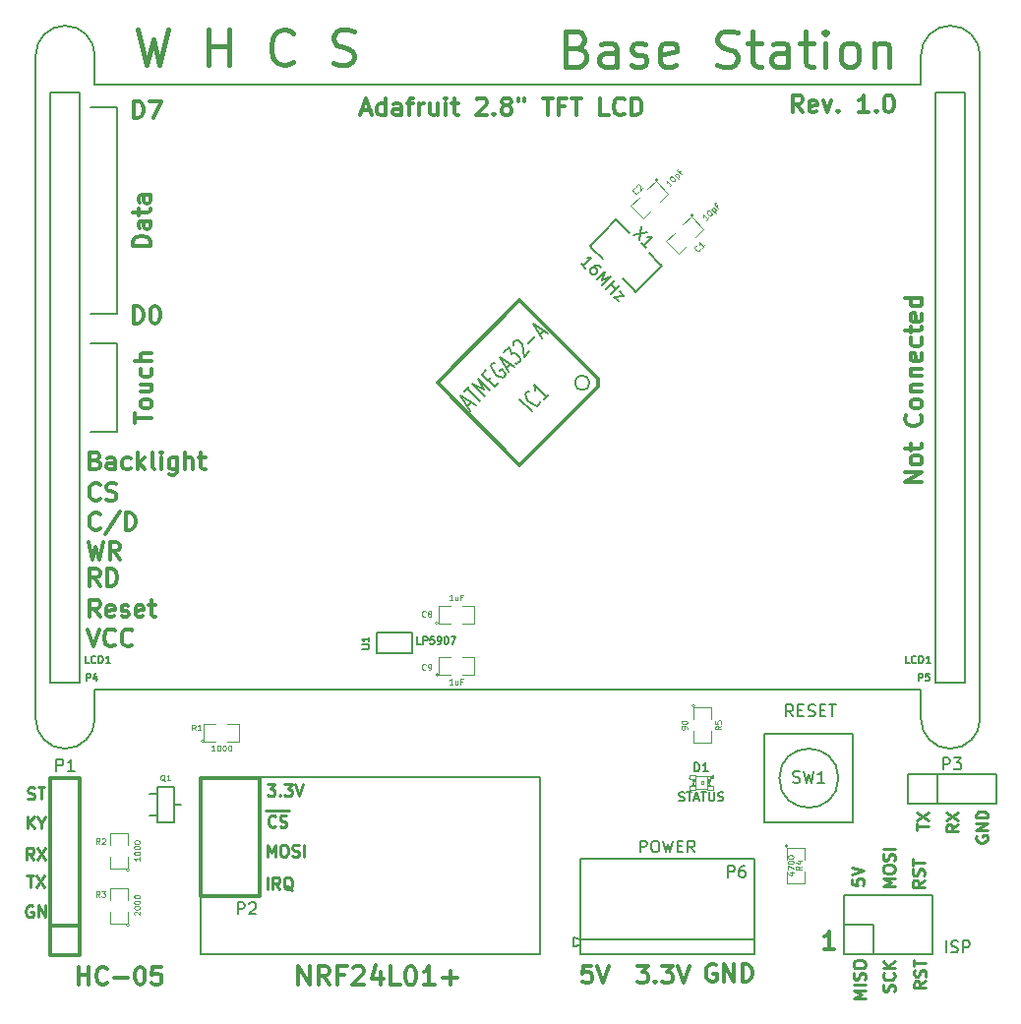
<source format=gto>
G04 (created by PCBNEW (2013-may-18)-stable) date Thu 11 Jun 2015 01:15:37 PM EDT*
%MOIN*%
G04 Gerber Fmt 3.4, Leading zero omitted, Abs format*
%FSLAX34Y34*%
G01*
G70*
G90*
G04 APERTURE LIST*
%ADD10C,0.00590551*%
%ADD11C,0.01*%
%ADD12C,0.011811*%
%ADD13C,0.015*%
%ADD14C,0.00787402*%
%ADD15C,0.012*%
%ADD16C,0.008*%
%ADD17C,0.005*%
%ADD18C,0.0039*%
%ADD19C,0.0059*%
%ADD20C,0.0026*%
%ADD21C,0.004*%
%ADD22C,0.002*%
%ADD23C,0.006*%
%ADD24C,0.0043*%
%ADD25C,0.0062*%
G04 APERTURE END LIST*
G54D10*
G54D11*
X35995Y-58930D02*
X35957Y-58911D01*
X35900Y-58911D01*
X35842Y-58930D01*
X35804Y-58969D01*
X35785Y-59007D01*
X35766Y-59083D01*
X35766Y-59140D01*
X35785Y-59216D01*
X35804Y-59254D01*
X35842Y-59292D01*
X35900Y-59311D01*
X35938Y-59311D01*
X35995Y-59292D01*
X36014Y-59273D01*
X36014Y-59140D01*
X35938Y-59140D01*
X36185Y-59311D02*
X36185Y-58911D01*
X36414Y-59311D01*
X36414Y-58911D01*
X35833Y-55292D02*
X35890Y-55311D01*
X35985Y-55311D01*
X36023Y-55292D01*
X36042Y-55273D01*
X36061Y-55235D01*
X36061Y-55197D01*
X36042Y-55159D01*
X36023Y-55140D01*
X35985Y-55121D01*
X35909Y-55102D01*
X35871Y-55083D01*
X35852Y-55064D01*
X35833Y-55026D01*
X35833Y-54988D01*
X35852Y-54950D01*
X35871Y-54930D01*
X35909Y-54911D01*
X36004Y-54911D01*
X36061Y-54930D01*
X36176Y-54911D02*
X36404Y-54911D01*
X36290Y-55311D02*
X36290Y-54911D01*
X35823Y-56311D02*
X35823Y-55911D01*
X36052Y-56311D02*
X35880Y-56083D01*
X36052Y-55911D02*
X35823Y-56140D01*
X36300Y-56121D02*
X36300Y-56311D01*
X36166Y-55911D02*
X36300Y-56121D01*
X36433Y-55911D01*
X35795Y-57911D02*
X36023Y-57911D01*
X35909Y-58311D02*
X35909Y-57911D01*
X36119Y-57911D02*
X36385Y-58311D01*
X36385Y-57911D02*
X36119Y-58311D01*
G54D12*
X66139Y-44571D02*
X65548Y-44571D01*
X66139Y-44234D01*
X65548Y-44234D01*
X66139Y-43868D02*
X66110Y-43924D01*
X66082Y-43952D01*
X66026Y-43980D01*
X65857Y-43980D01*
X65801Y-43952D01*
X65773Y-43924D01*
X65745Y-43868D01*
X65745Y-43784D01*
X65773Y-43727D01*
X65801Y-43699D01*
X65857Y-43671D01*
X66026Y-43671D01*
X66082Y-43699D01*
X66110Y-43727D01*
X66139Y-43784D01*
X66139Y-43868D01*
X65745Y-43502D02*
X65745Y-43277D01*
X65548Y-43418D02*
X66054Y-43418D01*
X66110Y-43390D01*
X66139Y-43334D01*
X66139Y-43277D01*
X66082Y-42293D02*
X66110Y-42321D01*
X66139Y-42406D01*
X66139Y-42462D01*
X66110Y-42546D01*
X66054Y-42602D01*
X65998Y-42631D01*
X65885Y-42659D01*
X65801Y-42659D01*
X65689Y-42631D01*
X65632Y-42602D01*
X65576Y-42546D01*
X65548Y-42462D01*
X65548Y-42406D01*
X65576Y-42321D01*
X65604Y-42293D01*
X66139Y-41956D02*
X66110Y-42012D01*
X66082Y-42040D01*
X66026Y-42068D01*
X65857Y-42068D01*
X65801Y-42040D01*
X65773Y-42012D01*
X65745Y-41956D01*
X65745Y-41871D01*
X65773Y-41815D01*
X65801Y-41787D01*
X65857Y-41759D01*
X66026Y-41759D01*
X66082Y-41787D01*
X66110Y-41815D01*
X66139Y-41871D01*
X66139Y-41956D01*
X65745Y-41506D02*
X66139Y-41506D01*
X65801Y-41506D02*
X65773Y-41478D01*
X65745Y-41421D01*
X65745Y-41337D01*
X65773Y-41281D01*
X65829Y-41253D01*
X66139Y-41253D01*
X65745Y-40971D02*
X66139Y-40971D01*
X65801Y-40971D02*
X65773Y-40943D01*
X65745Y-40887D01*
X65745Y-40803D01*
X65773Y-40746D01*
X65829Y-40718D01*
X66139Y-40718D01*
X66110Y-40212D02*
X66139Y-40268D01*
X66139Y-40381D01*
X66110Y-40437D01*
X66054Y-40465D01*
X65829Y-40465D01*
X65773Y-40437D01*
X65745Y-40381D01*
X65745Y-40268D01*
X65773Y-40212D01*
X65829Y-40184D01*
X65885Y-40184D01*
X65942Y-40465D01*
X66110Y-39678D02*
X66139Y-39734D01*
X66139Y-39847D01*
X66110Y-39903D01*
X66082Y-39931D01*
X66026Y-39959D01*
X65857Y-39959D01*
X65801Y-39931D01*
X65773Y-39903D01*
X65745Y-39847D01*
X65745Y-39734D01*
X65773Y-39678D01*
X65745Y-39509D02*
X65745Y-39284D01*
X65548Y-39425D02*
X66054Y-39425D01*
X66110Y-39397D01*
X66139Y-39340D01*
X66139Y-39284D01*
X66110Y-38862D02*
X66139Y-38919D01*
X66139Y-39031D01*
X66110Y-39087D01*
X66054Y-39115D01*
X65829Y-39115D01*
X65773Y-39087D01*
X65745Y-39031D01*
X65745Y-38919D01*
X65773Y-38862D01*
X65829Y-38834D01*
X65885Y-38834D01*
X65942Y-39115D01*
X66139Y-38328D02*
X65548Y-38328D01*
X66110Y-38328D02*
X66139Y-38384D01*
X66139Y-38497D01*
X66110Y-38553D01*
X66082Y-38581D01*
X66026Y-38609D01*
X65857Y-38609D01*
X65801Y-38581D01*
X65773Y-38553D01*
X65745Y-38497D01*
X65745Y-38384D01*
X65773Y-38328D01*
X62086Y-32039D02*
X61889Y-31757D01*
X61748Y-32039D02*
X61748Y-31448D01*
X61973Y-31448D01*
X62029Y-31476D01*
X62057Y-31504D01*
X62086Y-31560D01*
X62086Y-31645D01*
X62057Y-31701D01*
X62029Y-31729D01*
X61973Y-31757D01*
X61748Y-31757D01*
X62564Y-32010D02*
X62507Y-32039D01*
X62395Y-32039D01*
X62339Y-32010D01*
X62311Y-31954D01*
X62311Y-31729D01*
X62339Y-31673D01*
X62395Y-31645D01*
X62507Y-31645D01*
X62564Y-31673D01*
X62592Y-31729D01*
X62592Y-31785D01*
X62311Y-31842D01*
X62789Y-31645D02*
X62929Y-32039D01*
X63070Y-31645D01*
X63295Y-31982D02*
X63323Y-32010D01*
X63295Y-32039D01*
X63267Y-32010D01*
X63295Y-31982D01*
X63295Y-32039D01*
X64335Y-32039D02*
X63998Y-32039D01*
X64167Y-32039D02*
X64167Y-31448D01*
X64110Y-31532D01*
X64054Y-31589D01*
X63998Y-31617D01*
X64588Y-31982D02*
X64617Y-32010D01*
X64588Y-32039D01*
X64560Y-32010D01*
X64588Y-31982D01*
X64588Y-32039D01*
X64982Y-31448D02*
X65038Y-31448D01*
X65095Y-31476D01*
X65123Y-31504D01*
X65151Y-31560D01*
X65179Y-31673D01*
X65179Y-31814D01*
X65151Y-31926D01*
X65123Y-31982D01*
X65095Y-32010D01*
X65038Y-32039D01*
X64982Y-32039D01*
X64926Y-32010D01*
X64898Y-31982D01*
X64870Y-31926D01*
X64842Y-31814D01*
X64842Y-31673D01*
X64870Y-31560D01*
X64898Y-31504D01*
X64926Y-31476D01*
X64982Y-31448D01*
G54D11*
X43945Y-58361D02*
X43945Y-57961D01*
X44364Y-58361D02*
X44230Y-58171D01*
X44135Y-58361D02*
X44135Y-57961D01*
X44288Y-57961D01*
X44326Y-57980D01*
X44345Y-58000D01*
X44364Y-58038D01*
X44364Y-58095D01*
X44345Y-58133D01*
X44326Y-58152D01*
X44288Y-58171D01*
X44135Y-58171D01*
X44802Y-58400D02*
X44764Y-58380D01*
X44726Y-58342D01*
X44669Y-58285D01*
X44630Y-58266D01*
X44592Y-58266D01*
X44611Y-58361D02*
X44573Y-58342D01*
X44535Y-58304D01*
X44516Y-58228D01*
X44516Y-58095D01*
X44535Y-58019D01*
X44573Y-57980D01*
X44611Y-57961D01*
X44688Y-57961D01*
X44726Y-57980D01*
X44764Y-58019D01*
X44783Y-58095D01*
X44783Y-58228D01*
X44764Y-58304D01*
X44726Y-58342D01*
X44688Y-58361D01*
X44611Y-58361D01*
X43945Y-57261D02*
X43945Y-56861D01*
X44078Y-57147D01*
X44211Y-56861D01*
X44211Y-57261D01*
X44478Y-56861D02*
X44554Y-56861D01*
X44592Y-56880D01*
X44630Y-56919D01*
X44650Y-56995D01*
X44650Y-57128D01*
X44630Y-57204D01*
X44592Y-57242D01*
X44554Y-57261D01*
X44478Y-57261D01*
X44440Y-57242D01*
X44402Y-57204D01*
X44383Y-57128D01*
X44383Y-56995D01*
X44402Y-56919D01*
X44440Y-56880D01*
X44478Y-56861D01*
X44802Y-57242D02*
X44859Y-57261D01*
X44954Y-57261D01*
X44992Y-57242D01*
X45011Y-57223D01*
X45030Y-57185D01*
X45030Y-57147D01*
X45011Y-57109D01*
X44992Y-57090D01*
X44954Y-57071D01*
X44878Y-57052D01*
X44840Y-57033D01*
X44821Y-57014D01*
X44802Y-56976D01*
X44802Y-56938D01*
X44821Y-56900D01*
X44840Y-56880D01*
X44878Y-56861D01*
X44973Y-56861D01*
X45030Y-56880D01*
X45202Y-57261D02*
X45202Y-56861D01*
X44223Y-56223D02*
X44204Y-56242D01*
X44147Y-56261D01*
X44109Y-56261D01*
X44052Y-56242D01*
X44014Y-56204D01*
X43995Y-56166D01*
X43976Y-56090D01*
X43976Y-56033D01*
X43995Y-55957D01*
X44014Y-55919D01*
X44052Y-55880D01*
X44109Y-55861D01*
X44147Y-55861D01*
X44204Y-55880D01*
X44223Y-55900D01*
X44376Y-56242D02*
X44433Y-56261D01*
X44528Y-56261D01*
X44566Y-56242D01*
X44585Y-56223D01*
X44604Y-56185D01*
X44604Y-56147D01*
X44585Y-56109D01*
X44566Y-56090D01*
X44528Y-56071D01*
X44452Y-56052D01*
X44414Y-56033D01*
X44395Y-56014D01*
X44376Y-55976D01*
X44376Y-55938D01*
X44395Y-55900D01*
X44414Y-55880D01*
X44452Y-55861D01*
X44547Y-55861D01*
X44604Y-55880D01*
X43900Y-55710D02*
X44680Y-55710D01*
X43957Y-54811D02*
X44204Y-54811D01*
X44071Y-54964D01*
X44128Y-54964D01*
X44166Y-54983D01*
X44185Y-55002D01*
X44204Y-55040D01*
X44204Y-55135D01*
X44185Y-55173D01*
X44166Y-55192D01*
X44128Y-55211D01*
X44014Y-55211D01*
X43976Y-55192D01*
X43957Y-55173D01*
X44376Y-55173D02*
X44395Y-55192D01*
X44376Y-55211D01*
X44357Y-55192D01*
X44376Y-55173D01*
X44376Y-55211D01*
X44528Y-54811D02*
X44776Y-54811D01*
X44642Y-54964D01*
X44700Y-54964D01*
X44738Y-54983D01*
X44757Y-55002D01*
X44776Y-55040D01*
X44776Y-55135D01*
X44757Y-55173D01*
X44738Y-55192D01*
X44700Y-55211D01*
X44585Y-55211D01*
X44547Y-55192D01*
X44528Y-55173D01*
X44890Y-54811D02*
X45023Y-55211D01*
X45157Y-54811D01*
X36033Y-57361D02*
X35900Y-57171D01*
X35804Y-57361D02*
X35804Y-56961D01*
X35957Y-56961D01*
X35995Y-56980D01*
X36014Y-57000D01*
X36033Y-57038D01*
X36033Y-57095D01*
X36014Y-57133D01*
X35995Y-57152D01*
X35957Y-57171D01*
X35804Y-57171D01*
X36166Y-56961D02*
X36433Y-57361D01*
X36433Y-56961D02*
X36166Y-57361D01*
X67980Y-56554D02*
X67961Y-56592D01*
X67961Y-56650D01*
X67980Y-56707D01*
X68019Y-56745D01*
X68057Y-56764D01*
X68133Y-56783D01*
X68190Y-56783D01*
X68266Y-56764D01*
X68304Y-56745D01*
X68342Y-56707D01*
X68361Y-56650D01*
X68361Y-56611D01*
X68342Y-56554D01*
X68323Y-56535D01*
X68190Y-56535D01*
X68190Y-56611D01*
X68361Y-56364D02*
X67961Y-56364D01*
X68361Y-56135D01*
X67961Y-56135D01*
X68361Y-55945D02*
X67961Y-55945D01*
X67961Y-55849D01*
X67980Y-55792D01*
X68019Y-55754D01*
X68057Y-55735D01*
X68133Y-55716D01*
X68190Y-55716D01*
X68266Y-55735D01*
X68304Y-55754D01*
X68342Y-55792D01*
X68361Y-55849D01*
X68361Y-55945D01*
G54D13*
X54464Y-29857D02*
X54635Y-29914D01*
X54692Y-29971D01*
X54750Y-30085D01*
X54750Y-30257D01*
X54692Y-30371D01*
X54635Y-30428D01*
X54521Y-30485D01*
X54064Y-30485D01*
X54064Y-29285D01*
X54464Y-29285D01*
X54578Y-29342D01*
X54635Y-29400D01*
X54692Y-29514D01*
X54692Y-29628D01*
X54635Y-29742D01*
X54578Y-29800D01*
X54464Y-29857D01*
X54064Y-29857D01*
X55778Y-30485D02*
X55778Y-29857D01*
X55721Y-29742D01*
X55607Y-29685D01*
X55378Y-29685D01*
X55264Y-29742D01*
X55778Y-30428D02*
X55664Y-30485D01*
X55378Y-30485D01*
X55264Y-30428D01*
X55207Y-30314D01*
X55207Y-30200D01*
X55264Y-30085D01*
X55378Y-30028D01*
X55664Y-30028D01*
X55778Y-29971D01*
X56292Y-30428D02*
X56407Y-30485D01*
X56635Y-30485D01*
X56750Y-30428D01*
X56807Y-30314D01*
X56807Y-30257D01*
X56750Y-30142D01*
X56635Y-30085D01*
X56464Y-30085D01*
X56350Y-30028D01*
X56292Y-29914D01*
X56292Y-29857D01*
X56350Y-29742D01*
X56464Y-29685D01*
X56635Y-29685D01*
X56750Y-29742D01*
X57778Y-30428D02*
X57664Y-30485D01*
X57435Y-30485D01*
X57321Y-30428D01*
X57264Y-30314D01*
X57264Y-29857D01*
X57321Y-29742D01*
X57435Y-29685D01*
X57664Y-29685D01*
X57778Y-29742D01*
X57835Y-29857D01*
X57835Y-29971D01*
X57264Y-30085D01*
X59207Y-30428D02*
X59378Y-30485D01*
X59664Y-30485D01*
X59778Y-30428D01*
X59835Y-30371D01*
X59892Y-30257D01*
X59892Y-30142D01*
X59835Y-30028D01*
X59778Y-29971D01*
X59664Y-29914D01*
X59435Y-29857D01*
X59321Y-29800D01*
X59264Y-29742D01*
X59207Y-29628D01*
X59207Y-29514D01*
X59264Y-29400D01*
X59321Y-29342D01*
X59435Y-29285D01*
X59721Y-29285D01*
X59892Y-29342D01*
X60235Y-29685D02*
X60692Y-29685D01*
X60407Y-29285D02*
X60407Y-30314D01*
X60464Y-30428D01*
X60578Y-30485D01*
X60692Y-30485D01*
X61607Y-30485D02*
X61607Y-29857D01*
X61550Y-29742D01*
X61435Y-29685D01*
X61207Y-29685D01*
X61092Y-29742D01*
X61607Y-30428D02*
X61492Y-30485D01*
X61207Y-30485D01*
X61092Y-30428D01*
X61035Y-30314D01*
X61035Y-30200D01*
X61092Y-30085D01*
X61207Y-30028D01*
X61492Y-30028D01*
X61607Y-29971D01*
X62007Y-29685D02*
X62464Y-29685D01*
X62178Y-29285D02*
X62178Y-30314D01*
X62235Y-30428D01*
X62350Y-30485D01*
X62464Y-30485D01*
X62864Y-30485D02*
X62864Y-29685D01*
X62864Y-29285D02*
X62807Y-29342D01*
X62864Y-29400D01*
X62921Y-29342D01*
X62864Y-29285D01*
X62864Y-29400D01*
X63607Y-30485D02*
X63492Y-30428D01*
X63435Y-30371D01*
X63378Y-30257D01*
X63378Y-29914D01*
X63435Y-29800D01*
X63492Y-29742D01*
X63607Y-29685D01*
X63778Y-29685D01*
X63892Y-29742D01*
X63950Y-29800D01*
X64007Y-29914D01*
X64007Y-30257D01*
X63950Y-30371D01*
X63892Y-30428D01*
X63778Y-30485D01*
X63607Y-30485D01*
X64521Y-29685D02*
X64521Y-30485D01*
X64521Y-29800D02*
X64578Y-29742D01*
X64692Y-29685D01*
X64864Y-29685D01*
X64978Y-29742D01*
X65035Y-29857D01*
X65035Y-30485D01*
X39564Y-29235D02*
X39850Y-30435D01*
X40078Y-29578D01*
X40307Y-30435D01*
X40592Y-29235D01*
X41964Y-30435D02*
X41964Y-29235D01*
X41964Y-29807D02*
X42650Y-29807D01*
X42650Y-30435D02*
X42650Y-29235D01*
X44821Y-30321D02*
X44764Y-30378D01*
X44592Y-30435D01*
X44478Y-30435D01*
X44307Y-30378D01*
X44192Y-30264D01*
X44135Y-30150D01*
X44078Y-29921D01*
X44078Y-29750D01*
X44135Y-29521D01*
X44192Y-29407D01*
X44307Y-29292D01*
X44478Y-29235D01*
X44592Y-29235D01*
X44764Y-29292D01*
X44821Y-29350D01*
X46192Y-30378D02*
X46364Y-30435D01*
X46650Y-30435D01*
X46764Y-30378D01*
X46821Y-30321D01*
X46878Y-30207D01*
X46878Y-30092D01*
X46821Y-29978D01*
X46764Y-29921D01*
X46650Y-29864D01*
X46421Y-29807D01*
X46307Y-29750D01*
X46250Y-29692D01*
X46192Y-29578D01*
X46192Y-29464D01*
X46250Y-29350D01*
X46307Y-29292D01*
X46421Y-29235D01*
X46707Y-29235D01*
X46878Y-29292D01*
G54D12*
X37856Y-49548D02*
X38053Y-50139D01*
X38249Y-49548D01*
X38784Y-50082D02*
X38756Y-50110D01*
X38671Y-50139D01*
X38615Y-50139D01*
X38531Y-50110D01*
X38474Y-50054D01*
X38446Y-49998D01*
X38418Y-49885D01*
X38418Y-49801D01*
X38446Y-49689D01*
X38474Y-49632D01*
X38531Y-49576D01*
X38615Y-49548D01*
X38671Y-49548D01*
X38756Y-49576D01*
X38784Y-49604D01*
X39374Y-50082D02*
X39346Y-50110D01*
X39262Y-50139D01*
X39206Y-50139D01*
X39121Y-50110D01*
X39065Y-50054D01*
X39037Y-49998D01*
X39009Y-49885D01*
X39009Y-49801D01*
X39037Y-49689D01*
X39065Y-49632D01*
X39121Y-49576D01*
X39206Y-49548D01*
X39262Y-49548D01*
X39346Y-49576D01*
X39374Y-49604D01*
X38278Y-49139D02*
X38081Y-48857D01*
X37940Y-49139D02*
X37940Y-48548D01*
X38165Y-48548D01*
X38221Y-48576D01*
X38249Y-48604D01*
X38278Y-48660D01*
X38278Y-48745D01*
X38249Y-48801D01*
X38221Y-48829D01*
X38165Y-48857D01*
X37940Y-48857D01*
X38756Y-49110D02*
X38699Y-49139D01*
X38587Y-49139D01*
X38531Y-49110D01*
X38503Y-49054D01*
X38503Y-48829D01*
X38531Y-48773D01*
X38587Y-48745D01*
X38699Y-48745D01*
X38756Y-48773D01*
X38784Y-48829D01*
X38784Y-48885D01*
X38503Y-48942D01*
X39009Y-49110D02*
X39065Y-49139D01*
X39177Y-49139D01*
X39234Y-49110D01*
X39262Y-49054D01*
X39262Y-49026D01*
X39234Y-48970D01*
X39177Y-48942D01*
X39093Y-48942D01*
X39037Y-48914D01*
X39009Y-48857D01*
X39009Y-48829D01*
X39037Y-48773D01*
X39093Y-48745D01*
X39177Y-48745D01*
X39234Y-48773D01*
X39740Y-49110D02*
X39684Y-49139D01*
X39571Y-49139D01*
X39515Y-49110D01*
X39487Y-49054D01*
X39487Y-48829D01*
X39515Y-48773D01*
X39571Y-48745D01*
X39684Y-48745D01*
X39740Y-48773D01*
X39768Y-48829D01*
X39768Y-48885D01*
X39487Y-48942D01*
X39937Y-48745D02*
X40162Y-48745D01*
X40021Y-48548D02*
X40021Y-49054D01*
X40049Y-49110D01*
X40105Y-49139D01*
X40162Y-49139D01*
X38278Y-48089D02*
X38081Y-47807D01*
X37940Y-48089D02*
X37940Y-47498D01*
X38165Y-47498D01*
X38221Y-47526D01*
X38249Y-47554D01*
X38278Y-47610D01*
X38278Y-47695D01*
X38249Y-47751D01*
X38221Y-47779D01*
X38165Y-47807D01*
X37940Y-47807D01*
X38531Y-48089D02*
X38531Y-47498D01*
X38671Y-47498D01*
X38756Y-47526D01*
X38812Y-47582D01*
X38840Y-47639D01*
X38868Y-47751D01*
X38868Y-47835D01*
X38840Y-47948D01*
X38812Y-48004D01*
X38756Y-48060D01*
X38671Y-48089D01*
X38531Y-48089D01*
X37884Y-46598D02*
X38024Y-47189D01*
X38137Y-46767D01*
X38249Y-47189D01*
X38390Y-46598D01*
X38952Y-47189D02*
X38756Y-46907D01*
X38615Y-47189D02*
X38615Y-46598D01*
X38840Y-46598D01*
X38896Y-46626D01*
X38924Y-46654D01*
X38952Y-46710D01*
X38952Y-46795D01*
X38924Y-46851D01*
X38896Y-46879D01*
X38840Y-46907D01*
X38615Y-46907D01*
X38278Y-46132D02*
X38249Y-46160D01*
X38165Y-46189D01*
X38109Y-46189D01*
X38024Y-46160D01*
X37968Y-46104D01*
X37940Y-46048D01*
X37912Y-45935D01*
X37912Y-45851D01*
X37940Y-45739D01*
X37968Y-45682D01*
X38024Y-45626D01*
X38109Y-45598D01*
X38165Y-45598D01*
X38249Y-45626D01*
X38278Y-45654D01*
X38952Y-45570D02*
X38446Y-46329D01*
X39149Y-46189D02*
X39149Y-45598D01*
X39290Y-45598D01*
X39374Y-45626D01*
X39431Y-45682D01*
X39459Y-45739D01*
X39487Y-45851D01*
X39487Y-45935D01*
X39459Y-46048D01*
X39431Y-46104D01*
X39374Y-46160D01*
X39290Y-46189D01*
X39149Y-46189D01*
X38278Y-45132D02*
X38249Y-45160D01*
X38165Y-45189D01*
X38109Y-45189D01*
X38024Y-45160D01*
X37968Y-45104D01*
X37940Y-45048D01*
X37912Y-44935D01*
X37912Y-44851D01*
X37940Y-44739D01*
X37968Y-44682D01*
X38024Y-44626D01*
X38109Y-44598D01*
X38165Y-44598D01*
X38249Y-44626D01*
X38278Y-44654D01*
X38503Y-45160D02*
X38587Y-45189D01*
X38728Y-45189D01*
X38784Y-45160D01*
X38812Y-45132D01*
X38840Y-45076D01*
X38840Y-45020D01*
X38812Y-44964D01*
X38784Y-44935D01*
X38728Y-44907D01*
X38615Y-44879D01*
X38559Y-44851D01*
X38531Y-44823D01*
X38503Y-44767D01*
X38503Y-44710D01*
X38531Y-44654D01*
X38559Y-44626D01*
X38615Y-44598D01*
X38756Y-44598D01*
X38840Y-44626D01*
X38137Y-43829D02*
X38221Y-43857D01*
X38249Y-43885D01*
X38278Y-43942D01*
X38278Y-44026D01*
X38249Y-44082D01*
X38221Y-44110D01*
X38165Y-44139D01*
X37940Y-44139D01*
X37940Y-43548D01*
X38137Y-43548D01*
X38193Y-43576D01*
X38221Y-43604D01*
X38249Y-43660D01*
X38249Y-43717D01*
X38221Y-43773D01*
X38193Y-43801D01*
X38137Y-43829D01*
X37940Y-43829D01*
X38784Y-44139D02*
X38784Y-43829D01*
X38756Y-43773D01*
X38699Y-43745D01*
X38587Y-43745D01*
X38531Y-43773D01*
X38784Y-44110D02*
X38728Y-44139D01*
X38587Y-44139D01*
X38531Y-44110D01*
X38503Y-44054D01*
X38503Y-43998D01*
X38531Y-43942D01*
X38587Y-43914D01*
X38728Y-43914D01*
X38784Y-43885D01*
X39318Y-44110D02*
X39262Y-44139D01*
X39149Y-44139D01*
X39093Y-44110D01*
X39065Y-44082D01*
X39037Y-44026D01*
X39037Y-43857D01*
X39065Y-43801D01*
X39093Y-43773D01*
X39149Y-43745D01*
X39262Y-43745D01*
X39318Y-43773D01*
X39571Y-44139D02*
X39571Y-43548D01*
X39627Y-43914D02*
X39796Y-44139D01*
X39796Y-43745D02*
X39571Y-43970D01*
X40134Y-44139D02*
X40077Y-44110D01*
X40049Y-44054D01*
X40049Y-43548D01*
X40359Y-44139D02*
X40359Y-43745D01*
X40359Y-43548D02*
X40330Y-43576D01*
X40359Y-43604D01*
X40387Y-43576D01*
X40359Y-43548D01*
X40359Y-43604D01*
X40893Y-43745D02*
X40893Y-44223D01*
X40865Y-44279D01*
X40837Y-44307D01*
X40780Y-44335D01*
X40696Y-44335D01*
X40640Y-44307D01*
X40893Y-44110D02*
X40837Y-44139D01*
X40724Y-44139D01*
X40668Y-44110D01*
X40640Y-44082D01*
X40612Y-44026D01*
X40612Y-43857D01*
X40640Y-43801D01*
X40668Y-43773D01*
X40724Y-43745D01*
X40837Y-43745D01*
X40893Y-43773D01*
X41174Y-44139D02*
X41174Y-43548D01*
X41427Y-44139D02*
X41427Y-43829D01*
X41399Y-43773D01*
X41343Y-43745D01*
X41258Y-43745D01*
X41202Y-43773D01*
X41174Y-43801D01*
X41624Y-43745D02*
X41849Y-43745D01*
X41708Y-43548D02*
X41708Y-44054D01*
X41737Y-44110D01*
X41793Y-44139D01*
X41849Y-44139D01*
X39448Y-42573D02*
X39448Y-42235D01*
X40039Y-42404D02*
X39448Y-42404D01*
X40039Y-41954D02*
X40010Y-42010D01*
X39982Y-42038D01*
X39926Y-42067D01*
X39757Y-42067D01*
X39701Y-42038D01*
X39673Y-42010D01*
X39645Y-41954D01*
X39645Y-41870D01*
X39673Y-41814D01*
X39701Y-41785D01*
X39757Y-41757D01*
X39926Y-41757D01*
X39982Y-41785D01*
X40010Y-41814D01*
X40039Y-41870D01*
X40039Y-41954D01*
X39645Y-41251D02*
X40039Y-41251D01*
X39645Y-41504D02*
X39954Y-41504D01*
X40010Y-41476D01*
X40039Y-41420D01*
X40039Y-41335D01*
X40010Y-41279D01*
X39982Y-41251D01*
X40010Y-40717D02*
X40039Y-40773D01*
X40039Y-40885D01*
X40010Y-40942D01*
X39982Y-40970D01*
X39926Y-40998D01*
X39757Y-40998D01*
X39701Y-40970D01*
X39673Y-40942D01*
X39645Y-40885D01*
X39645Y-40773D01*
X39673Y-40717D01*
X40039Y-40464D02*
X39448Y-40464D01*
X40039Y-40211D02*
X39729Y-40211D01*
X39673Y-40239D01*
X39645Y-40295D01*
X39645Y-40379D01*
X39673Y-40436D01*
X39701Y-40464D01*
G54D14*
X38850Y-42850D02*
X37950Y-42850D01*
X38850Y-39850D02*
X38850Y-42850D01*
X37950Y-39850D02*
X38850Y-39850D01*
G54D12*
X39414Y-32239D02*
X39414Y-31648D01*
X39554Y-31648D01*
X39639Y-31676D01*
X39695Y-31732D01*
X39723Y-31789D01*
X39751Y-31901D01*
X39751Y-31985D01*
X39723Y-32098D01*
X39695Y-32154D01*
X39639Y-32210D01*
X39554Y-32239D01*
X39414Y-32239D01*
X39948Y-31648D02*
X40342Y-31648D01*
X40089Y-32239D01*
X39414Y-39189D02*
X39414Y-38598D01*
X39554Y-38598D01*
X39639Y-38626D01*
X39695Y-38682D01*
X39723Y-38739D01*
X39751Y-38851D01*
X39751Y-38935D01*
X39723Y-39048D01*
X39695Y-39104D01*
X39639Y-39160D01*
X39554Y-39189D01*
X39414Y-39189D01*
X40117Y-38598D02*
X40173Y-38598D01*
X40229Y-38626D01*
X40257Y-38654D01*
X40285Y-38710D01*
X40314Y-38823D01*
X40314Y-38964D01*
X40285Y-39076D01*
X40257Y-39132D01*
X40229Y-39160D01*
X40173Y-39189D01*
X40117Y-39189D01*
X40060Y-39160D01*
X40032Y-39132D01*
X40004Y-39076D01*
X39976Y-38964D01*
X39976Y-38823D01*
X40004Y-38710D01*
X40032Y-38654D01*
X40060Y-38626D01*
X40117Y-38598D01*
G54D14*
X38850Y-38850D02*
X37950Y-38850D01*
X38850Y-31850D02*
X38850Y-38850D01*
X37950Y-31850D02*
X38850Y-31850D01*
G54D12*
X39989Y-36557D02*
X39398Y-36557D01*
X39398Y-36417D01*
X39426Y-36332D01*
X39482Y-36276D01*
X39539Y-36248D01*
X39651Y-36220D01*
X39735Y-36220D01*
X39848Y-36248D01*
X39904Y-36276D01*
X39960Y-36332D01*
X39989Y-36417D01*
X39989Y-36557D01*
X39989Y-35714D02*
X39679Y-35714D01*
X39623Y-35742D01*
X39595Y-35798D01*
X39595Y-35910D01*
X39623Y-35967D01*
X39960Y-35714D02*
X39989Y-35770D01*
X39989Y-35910D01*
X39960Y-35967D01*
X39904Y-35995D01*
X39848Y-35995D01*
X39792Y-35967D01*
X39764Y-35910D01*
X39764Y-35770D01*
X39735Y-35714D01*
X39595Y-35517D02*
X39595Y-35292D01*
X39398Y-35432D02*
X39904Y-35432D01*
X39960Y-35404D01*
X39989Y-35348D01*
X39989Y-35292D01*
X39989Y-34842D02*
X39679Y-34842D01*
X39623Y-34870D01*
X39595Y-34926D01*
X39595Y-35039D01*
X39623Y-35095D01*
X39960Y-34842D02*
X39989Y-34898D01*
X39989Y-35039D01*
X39960Y-35095D01*
X39904Y-35123D01*
X39848Y-35123D01*
X39792Y-35095D01*
X39764Y-35039D01*
X39764Y-34898D01*
X39735Y-34842D01*
X37557Y-61589D02*
X37557Y-60998D01*
X37557Y-61279D02*
X37895Y-61279D01*
X37895Y-61589D02*
X37895Y-60998D01*
X38514Y-61532D02*
X38485Y-61560D01*
X38401Y-61589D01*
X38345Y-61589D01*
X38261Y-61560D01*
X38204Y-61504D01*
X38176Y-61448D01*
X38148Y-61335D01*
X38148Y-61251D01*
X38176Y-61139D01*
X38204Y-61082D01*
X38261Y-61026D01*
X38345Y-60998D01*
X38401Y-60998D01*
X38485Y-61026D01*
X38514Y-61054D01*
X38767Y-61364D02*
X39217Y-61364D01*
X39610Y-60998D02*
X39667Y-60998D01*
X39723Y-61026D01*
X39751Y-61054D01*
X39779Y-61110D01*
X39807Y-61223D01*
X39807Y-61364D01*
X39779Y-61476D01*
X39751Y-61532D01*
X39723Y-61560D01*
X39667Y-61589D01*
X39610Y-61589D01*
X39554Y-61560D01*
X39526Y-61532D01*
X39498Y-61476D01*
X39470Y-61364D01*
X39470Y-61223D01*
X39498Y-61110D01*
X39526Y-61054D01*
X39554Y-61026D01*
X39610Y-60998D01*
X40342Y-60998D02*
X40060Y-60998D01*
X40032Y-61279D01*
X40060Y-61251D01*
X40117Y-61223D01*
X40257Y-61223D01*
X40313Y-61251D01*
X40342Y-61279D01*
X40370Y-61335D01*
X40370Y-61476D01*
X40342Y-61532D01*
X40313Y-61560D01*
X40257Y-61589D01*
X40117Y-61589D01*
X40060Y-61560D01*
X40032Y-61532D01*
X63168Y-60389D02*
X62831Y-60389D01*
X63000Y-60389D02*
X63000Y-59798D01*
X62943Y-59882D01*
X62887Y-59939D01*
X62831Y-59967D01*
G54D14*
X64500Y-59550D02*
X64500Y-60550D01*
G54D11*
X66211Y-58061D02*
X66021Y-58195D01*
X66211Y-58290D02*
X65811Y-58290D01*
X65811Y-58138D01*
X65830Y-58100D01*
X65850Y-58080D01*
X65888Y-58061D01*
X65945Y-58061D01*
X65983Y-58080D01*
X66002Y-58100D01*
X66021Y-58138D01*
X66021Y-58290D01*
X66192Y-57909D02*
X66211Y-57852D01*
X66211Y-57757D01*
X66192Y-57719D01*
X66173Y-57700D01*
X66135Y-57680D01*
X66097Y-57680D01*
X66059Y-57700D01*
X66040Y-57719D01*
X66021Y-57757D01*
X66002Y-57833D01*
X65983Y-57871D01*
X65964Y-57890D01*
X65926Y-57909D01*
X65888Y-57909D01*
X65850Y-57890D01*
X65830Y-57871D01*
X65811Y-57833D01*
X65811Y-57738D01*
X65830Y-57680D01*
X65811Y-57566D02*
X65811Y-57338D01*
X66211Y-57452D02*
X65811Y-57452D01*
X65211Y-58252D02*
X64811Y-58252D01*
X65097Y-58119D01*
X64811Y-57985D01*
X65211Y-57985D01*
X64811Y-57719D02*
X64811Y-57642D01*
X64830Y-57604D01*
X64869Y-57566D01*
X64945Y-57547D01*
X65078Y-57547D01*
X65154Y-57566D01*
X65192Y-57604D01*
X65211Y-57642D01*
X65211Y-57719D01*
X65192Y-57757D01*
X65154Y-57795D01*
X65078Y-57814D01*
X64945Y-57814D01*
X64869Y-57795D01*
X64830Y-57757D01*
X64811Y-57719D01*
X65192Y-57395D02*
X65211Y-57338D01*
X65211Y-57242D01*
X65192Y-57204D01*
X65173Y-57185D01*
X65135Y-57166D01*
X65097Y-57166D01*
X65059Y-57185D01*
X65040Y-57204D01*
X65021Y-57242D01*
X65002Y-57319D01*
X64983Y-57357D01*
X64964Y-57376D01*
X64926Y-57395D01*
X64888Y-57395D01*
X64850Y-57376D01*
X64830Y-57357D01*
X64811Y-57319D01*
X64811Y-57223D01*
X64830Y-57166D01*
X65211Y-56995D02*
X64811Y-56995D01*
X63761Y-58014D02*
X63761Y-58204D01*
X63952Y-58223D01*
X63933Y-58204D01*
X63914Y-58166D01*
X63914Y-58071D01*
X63933Y-58033D01*
X63952Y-58014D01*
X63990Y-57995D01*
X64085Y-57995D01*
X64123Y-58014D01*
X64142Y-58033D01*
X64161Y-58071D01*
X64161Y-58166D01*
X64142Y-58204D01*
X64123Y-58223D01*
X63761Y-57880D02*
X64161Y-57747D01*
X63761Y-57614D01*
X66261Y-61476D02*
X66071Y-61609D01*
X66261Y-61704D02*
X65861Y-61704D01*
X65861Y-61552D01*
X65880Y-61514D01*
X65900Y-61495D01*
X65938Y-61476D01*
X65995Y-61476D01*
X66033Y-61495D01*
X66052Y-61514D01*
X66071Y-61552D01*
X66071Y-61704D01*
X66242Y-61323D02*
X66261Y-61266D01*
X66261Y-61171D01*
X66242Y-61133D01*
X66223Y-61114D01*
X66185Y-61095D01*
X66147Y-61095D01*
X66109Y-61114D01*
X66090Y-61133D01*
X66071Y-61171D01*
X66052Y-61247D01*
X66033Y-61285D01*
X66014Y-61304D01*
X65976Y-61323D01*
X65938Y-61323D01*
X65900Y-61304D01*
X65880Y-61285D01*
X65861Y-61247D01*
X65861Y-61152D01*
X65880Y-61095D01*
X65861Y-60980D02*
X65861Y-60752D01*
X66261Y-60866D02*
X65861Y-60866D01*
X65192Y-61823D02*
X65211Y-61766D01*
X65211Y-61671D01*
X65192Y-61633D01*
X65173Y-61614D01*
X65135Y-61595D01*
X65097Y-61595D01*
X65059Y-61614D01*
X65040Y-61633D01*
X65021Y-61671D01*
X65002Y-61747D01*
X64983Y-61785D01*
X64964Y-61804D01*
X64926Y-61823D01*
X64888Y-61823D01*
X64850Y-61804D01*
X64830Y-61785D01*
X64811Y-61747D01*
X64811Y-61652D01*
X64830Y-61595D01*
X65173Y-61195D02*
X65192Y-61214D01*
X65211Y-61271D01*
X65211Y-61309D01*
X65192Y-61366D01*
X65154Y-61404D01*
X65116Y-61423D01*
X65040Y-61442D01*
X64983Y-61442D01*
X64907Y-61423D01*
X64869Y-61404D01*
X64830Y-61366D01*
X64811Y-61309D01*
X64811Y-61271D01*
X64830Y-61214D01*
X64850Y-61195D01*
X65211Y-61023D02*
X64811Y-61023D01*
X65211Y-60795D02*
X64983Y-60966D01*
X64811Y-60795D02*
X65040Y-61023D01*
X64211Y-62054D02*
X63811Y-62054D01*
X64097Y-61921D01*
X63811Y-61788D01*
X64211Y-61788D01*
X64211Y-61597D02*
X63811Y-61597D01*
X64192Y-61426D02*
X64211Y-61369D01*
X64211Y-61273D01*
X64192Y-61235D01*
X64173Y-61216D01*
X64135Y-61197D01*
X64097Y-61197D01*
X64059Y-61216D01*
X64040Y-61235D01*
X64021Y-61273D01*
X64002Y-61349D01*
X63983Y-61388D01*
X63964Y-61407D01*
X63926Y-61426D01*
X63888Y-61426D01*
X63850Y-61407D01*
X63830Y-61388D01*
X63811Y-61349D01*
X63811Y-61254D01*
X63830Y-61197D01*
X63811Y-60949D02*
X63811Y-60873D01*
X63830Y-60835D01*
X63869Y-60797D01*
X63945Y-60778D01*
X64078Y-60778D01*
X64154Y-60797D01*
X64192Y-60835D01*
X64211Y-60873D01*
X64211Y-60949D01*
X64192Y-60988D01*
X64154Y-61026D01*
X64078Y-61045D01*
X63945Y-61045D01*
X63869Y-61026D01*
X63830Y-60988D01*
X63811Y-60949D01*
G54D12*
X59150Y-60926D02*
X59093Y-60898D01*
X59009Y-60898D01*
X58925Y-60926D01*
X58868Y-60982D01*
X58840Y-61039D01*
X58812Y-61151D01*
X58812Y-61235D01*
X58840Y-61348D01*
X58868Y-61404D01*
X58925Y-61460D01*
X59009Y-61489D01*
X59065Y-61489D01*
X59150Y-61460D01*
X59178Y-61432D01*
X59178Y-61235D01*
X59065Y-61235D01*
X59431Y-61489D02*
X59431Y-60898D01*
X59768Y-61489D01*
X59768Y-60898D01*
X60049Y-61489D02*
X60049Y-60898D01*
X60190Y-60898D01*
X60274Y-60926D01*
X60331Y-60982D01*
X60359Y-61039D01*
X60387Y-61151D01*
X60387Y-61235D01*
X60359Y-61348D01*
X60331Y-61404D01*
X60274Y-61460D01*
X60190Y-61489D01*
X60049Y-61489D01*
X56478Y-60948D02*
X56843Y-60948D01*
X56646Y-61173D01*
X56731Y-61173D01*
X56787Y-61201D01*
X56815Y-61229D01*
X56843Y-61285D01*
X56843Y-61426D01*
X56815Y-61482D01*
X56787Y-61510D01*
X56731Y-61539D01*
X56562Y-61539D01*
X56506Y-61510D01*
X56478Y-61482D01*
X57096Y-61482D02*
X57125Y-61510D01*
X57096Y-61539D01*
X57068Y-61510D01*
X57096Y-61482D01*
X57096Y-61539D01*
X57321Y-60948D02*
X57687Y-60948D01*
X57490Y-61173D01*
X57574Y-61173D01*
X57631Y-61201D01*
X57659Y-61229D01*
X57687Y-61285D01*
X57687Y-61426D01*
X57659Y-61482D01*
X57631Y-61510D01*
X57574Y-61539D01*
X57406Y-61539D01*
X57350Y-61510D01*
X57321Y-61482D01*
X57856Y-60948D02*
X58053Y-61539D01*
X58249Y-60948D01*
X54937Y-60948D02*
X54656Y-60948D01*
X54628Y-61229D01*
X54656Y-61201D01*
X54712Y-61173D01*
X54853Y-61173D01*
X54909Y-61201D01*
X54937Y-61229D01*
X54965Y-61285D01*
X54965Y-61426D01*
X54937Y-61482D01*
X54909Y-61510D01*
X54853Y-61539D01*
X54712Y-61539D01*
X54656Y-61510D01*
X54628Y-61482D01*
X55134Y-60948D02*
X55331Y-61539D01*
X55528Y-60948D01*
G54D14*
X63500Y-59550D02*
X64500Y-59550D01*
G54D11*
X65961Y-56354D02*
X65961Y-56126D01*
X66361Y-56240D02*
X65961Y-56240D01*
X65961Y-56030D02*
X66361Y-55764D01*
X65961Y-55764D02*
X66361Y-56030D01*
X67361Y-56166D02*
X67171Y-56299D01*
X67361Y-56395D02*
X66961Y-56395D01*
X66961Y-56242D01*
X66980Y-56204D01*
X67000Y-56185D01*
X67038Y-56166D01*
X67095Y-56166D01*
X67133Y-56185D01*
X67152Y-56204D01*
X67171Y-56242D01*
X67171Y-56395D01*
X66961Y-56033D02*
X67361Y-55766D01*
X66961Y-55766D02*
X67361Y-56033D01*
G54D12*
X45007Y-61613D02*
X45007Y-60963D01*
X45378Y-61613D01*
X45378Y-60963D01*
X46059Y-61613D02*
X45842Y-61303D01*
X45688Y-61613D02*
X45688Y-60963D01*
X45935Y-60963D01*
X45997Y-60994D01*
X46028Y-61025D01*
X46059Y-61086D01*
X46059Y-61179D01*
X46028Y-61241D01*
X45997Y-61272D01*
X45935Y-61303D01*
X45688Y-61303D01*
X46554Y-61272D02*
X46338Y-61272D01*
X46338Y-61613D02*
X46338Y-60963D01*
X46647Y-60963D01*
X46864Y-61025D02*
X46895Y-60994D01*
X46957Y-60963D01*
X47111Y-60963D01*
X47173Y-60994D01*
X47204Y-61025D01*
X47235Y-61086D01*
X47235Y-61148D01*
X47204Y-61241D01*
X46833Y-61613D01*
X47235Y-61613D01*
X47792Y-61179D02*
X47792Y-61613D01*
X47638Y-60932D02*
X47483Y-61396D01*
X47885Y-61396D01*
X48442Y-61613D02*
X48133Y-61613D01*
X48133Y-60963D01*
X48783Y-60963D02*
X48845Y-60963D01*
X48907Y-60994D01*
X48938Y-61025D01*
X48969Y-61086D01*
X49000Y-61210D01*
X49000Y-61365D01*
X48969Y-61489D01*
X48938Y-61551D01*
X48907Y-61582D01*
X48845Y-61613D01*
X48783Y-61613D01*
X48721Y-61582D01*
X48690Y-61551D01*
X48659Y-61489D01*
X48628Y-61365D01*
X48628Y-61210D01*
X48659Y-61086D01*
X48690Y-61025D01*
X48721Y-60994D01*
X48783Y-60963D01*
X49619Y-61613D02*
X49247Y-61613D01*
X49433Y-61613D02*
X49433Y-60963D01*
X49371Y-61055D01*
X49309Y-61117D01*
X49247Y-61148D01*
X49897Y-61365D02*
X50392Y-61365D01*
X50145Y-61613D02*
X50145Y-61117D01*
G54D14*
X41675Y-60550D02*
X41675Y-58550D01*
X53175Y-60550D02*
X41675Y-60550D01*
X53175Y-54550D02*
X53175Y-60550D01*
X43675Y-54575D02*
X53175Y-54575D01*
G54D12*
X47161Y-31970D02*
X47442Y-31970D01*
X47105Y-32139D02*
X47302Y-31548D01*
X47498Y-32139D01*
X47948Y-32139D02*
X47948Y-31548D01*
X47948Y-32110D02*
X47892Y-32139D01*
X47780Y-32139D01*
X47723Y-32110D01*
X47695Y-32082D01*
X47667Y-32026D01*
X47667Y-31857D01*
X47695Y-31801D01*
X47723Y-31773D01*
X47780Y-31745D01*
X47892Y-31745D01*
X47948Y-31773D01*
X48483Y-32139D02*
X48483Y-31829D01*
X48455Y-31773D01*
X48398Y-31745D01*
X48286Y-31745D01*
X48230Y-31773D01*
X48483Y-32110D02*
X48426Y-32139D01*
X48286Y-32139D01*
X48230Y-32110D01*
X48202Y-32054D01*
X48202Y-31998D01*
X48230Y-31942D01*
X48286Y-31914D01*
X48426Y-31914D01*
X48483Y-31885D01*
X48680Y-31745D02*
X48905Y-31745D01*
X48764Y-32139D02*
X48764Y-31632D01*
X48792Y-31576D01*
X48848Y-31548D01*
X48905Y-31548D01*
X49101Y-32139D02*
X49101Y-31745D01*
X49101Y-31857D02*
X49130Y-31801D01*
X49158Y-31773D01*
X49214Y-31745D01*
X49270Y-31745D01*
X49720Y-31745D02*
X49720Y-32139D01*
X49467Y-31745D02*
X49467Y-32054D01*
X49495Y-32110D01*
X49551Y-32139D01*
X49636Y-32139D01*
X49692Y-32110D01*
X49720Y-32082D01*
X50001Y-32139D02*
X50001Y-31745D01*
X50001Y-31548D02*
X49973Y-31576D01*
X50001Y-31604D01*
X50029Y-31576D01*
X50001Y-31548D01*
X50001Y-31604D01*
X50198Y-31745D02*
X50423Y-31745D01*
X50283Y-31548D02*
X50283Y-32054D01*
X50311Y-32110D01*
X50367Y-32139D01*
X50423Y-32139D01*
X51042Y-31604D02*
X51070Y-31576D01*
X51126Y-31548D01*
X51267Y-31548D01*
X51323Y-31576D01*
X51351Y-31604D01*
X51379Y-31660D01*
X51379Y-31717D01*
X51351Y-31801D01*
X51014Y-32139D01*
X51379Y-32139D01*
X51632Y-32082D02*
X51660Y-32110D01*
X51632Y-32139D01*
X51604Y-32110D01*
X51632Y-32082D01*
X51632Y-32139D01*
X51998Y-31801D02*
X51942Y-31773D01*
X51914Y-31745D01*
X51885Y-31689D01*
X51885Y-31660D01*
X51914Y-31604D01*
X51942Y-31576D01*
X51998Y-31548D01*
X52110Y-31548D01*
X52167Y-31576D01*
X52195Y-31604D01*
X52223Y-31660D01*
X52223Y-31689D01*
X52195Y-31745D01*
X52167Y-31773D01*
X52110Y-31801D01*
X51998Y-31801D01*
X51942Y-31829D01*
X51914Y-31857D01*
X51885Y-31914D01*
X51885Y-32026D01*
X51914Y-32082D01*
X51942Y-32110D01*
X51998Y-32139D01*
X52110Y-32139D01*
X52167Y-32110D01*
X52195Y-32082D01*
X52223Y-32026D01*
X52223Y-31914D01*
X52195Y-31857D01*
X52167Y-31829D01*
X52110Y-31801D01*
X52448Y-31548D02*
X52448Y-31660D01*
X52673Y-31548D02*
X52673Y-31660D01*
X53292Y-31548D02*
X53629Y-31548D01*
X53460Y-32139D02*
X53460Y-31548D01*
X54023Y-31829D02*
X53826Y-31829D01*
X53826Y-32139D02*
X53826Y-31548D01*
X54107Y-31548D01*
X54248Y-31548D02*
X54585Y-31548D01*
X54416Y-32139D02*
X54416Y-31548D01*
X55513Y-32139D02*
X55232Y-32139D01*
X55232Y-31548D01*
X56047Y-32082D02*
X56019Y-32110D01*
X55935Y-32139D01*
X55879Y-32139D01*
X55794Y-32110D01*
X55738Y-32054D01*
X55710Y-31998D01*
X55682Y-31885D01*
X55682Y-31801D01*
X55710Y-31689D01*
X55738Y-31632D01*
X55794Y-31576D01*
X55879Y-31548D01*
X55935Y-31548D01*
X56019Y-31576D01*
X56047Y-31604D01*
X56301Y-32139D02*
X56301Y-31548D01*
X56441Y-31548D01*
X56525Y-31576D01*
X56582Y-31632D01*
X56610Y-31689D01*
X56638Y-31801D01*
X56638Y-31885D01*
X56610Y-31998D01*
X56582Y-32054D01*
X56525Y-32110D01*
X56441Y-32139D01*
X56301Y-32139D01*
G54D14*
X38100Y-52600D02*
X38100Y-51600D01*
X66100Y-51600D02*
X66100Y-52600D01*
X38100Y-51600D02*
X66100Y-51600D01*
X66100Y-30100D02*
X66100Y-31100D01*
X38100Y-31100D02*
X66100Y-31100D01*
X38100Y-30100D02*
X38100Y-31100D01*
X37100Y-53600D02*
G75*
G03X38100Y-52600I0J1000D01*
G74*
G01*
X36100Y-52600D02*
G75*
G03X37100Y-53600I1000J0D01*
G74*
G01*
X68100Y-52600D02*
X68100Y-30100D01*
X67100Y-53600D02*
G75*
G03X68100Y-52600I0J1000D01*
G74*
G01*
X66100Y-52600D02*
G75*
G03X67100Y-53600I1000J0D01*
G74*
G01*
X68100Y-30100D02*
G75*
G03X67100Y-29100I-1000J0D01*
G74*
G01*
X67100Y-29100D02*
G75*
G03X66100Y-30100I0J-1000D01*
G74*
G01*
X38100Y-30100D02*
G75*
G03X37100Y-29100I-1000J0D01*
G74*
G01*
X37100Y-29100D02*
G75*
G03X36100Y-30100I0J-1000D01*
G74*
G01*
X36100Y-30100D02*
X36100Y-52600D01*
G54D15*
X52500Y-43986D02*
X49713Y-41200D01*
X49713Y-41200D02*
X52500Y-38413D01*
X55151Y-41065D02*
X52500Y-38413D01*
X55151Y-41334D02*
X52500Y-43986D01*
X55151Y-41065D02*
X55151Y-41334D01*
G54D16*
X54871Y-41200D02*
G75*
G03X54871Y-41200I-250J0D01*
G74*
G01*
G54D17*
X63300Y-54600D02*
G75*
G03X63300Y-54600I-1000J0D01*
G74*
G01*
X60800Y-56100D02*
X60800Y-53100D01*
X60800Y-53100D02*
X63800Y-53100D01*
X63800Y-53100D02*
X63800Y-56100D01*
X60800Y-56100D02*
X63800Y-56100D01*
X47650Y-50350D02*
X47650Y-49650D01*
X47650Y-49650D02*
X48850Y-49650D01*
X48850Y-49650D02*
X48850Y-50350D01*
X48850Y-50350D02*
X47650Y-50350D01*
X40225Y-55875D02*
X39965Y-55875D01*
X40225Y-55125D02*
X39965Y-55125D01*
X40775Y-55500D02*
X41035Y-55500D01*
X40775Y-54910D02*
X40775Y-56090D01*
X40775Y-56090D02*
X40225Y-56090D01*
X40225Y-56090D02*
X40225Y-54910D01*
X40225Y-54910D02*
X40775Y-54910D01*
G54D18*
X57197Y-34328D02*
G75*
G03X57197Y-34328I-49J0D01*
G74*
G01*
X56829Y-34646D02*
X57112Y-34363D01*
X57112Y-34363D02*
X57536Y-34787D01*
X57536Y-34787D02*
X57253Y-35070D01*
X56970Y-35353D02*
X56687Y-35636D01*
X56687Y-35636D02*
X56263Y-35212D01*
X56263Y-35212D02*
X56546Y-34929D01*
X58450Y-52150D02*
G75*
G03X58450Y-52150I-50J0D01*
G74*
G01*
X58400Y-52600D02*
X58400Y-52200D01*
X58400Y-52200D02*
X59000Y-52200D01*
X59000Y-52200D02*
X59000Y-52600D01*
X59000Y-53000D02*
X59000Y-53400D01*
X59000Y-53400D02*
X58400Y-53400D01*
X58400Y-53400D02*
X58400Y-53000D01*
X61600Y-56900D02*
G75*
G03X61600Y-56900I-50J0D01*
G74*
G01*
X61550Y-57350D02*
X61550Y-56950D01*
X61550Y-56950D02*
X62150Y-56950D01*
X62150Y-56950D02*
X62150Y-57350D01*
X62150Y-57750D02*
X62150Y-58150D01*
X62150Y-58150D02*
X61550Y-58150D01*
X61550Y-58150D02*
X61550Y-57750D01*
X41800Y-53350D02*
G75*
G03X41800Y-53350I-50J0D01*
G74*
G01*
X42200Y-53350D02*
X41800Y-53350D01*
X41800Y-53350D02*
X41800Y-52750D01*
X41800Y-52750D02*
X42200Y-52750D01*
X42600Y-52750D02*
X43000Y-52750D01*
X43000Y-52750D02*
X43000Y-53350D01*
X43000Y-53350D02*
X42600Y-53350D01*
X39275Y-59575D02*
G75*
G03X39275Y-59575I-50J0D01*
G74*
G01*
X39225Y-59125D02*
X39225Y-59525D01*
X39225Y-59525D02*
X38625Y-59525D01*
X38625Y-59525D02*
X38625Y-59125D01*
X38625Y-58725D02*
X38625Y-58325D01*
X38625Y-58325D02*
X39225Y-58325D01*
X39225Y-58325D02*
X39225Y-58725D01*
X39275Y-57725D02*
G75*
G03X39275Y-57725I-50J0D01*
G74*
G01*
X39225Y-57275D02*
X39225Y-57675D01*
X39225Y-57675D02*
X38625Y-57675D01*
X38625Y-57675D02*
X38625Y-57275D01*
X38625Y-56875D02*
X38625Y-56475D01*
X38625Y-56475D02*
X39225Y-56475D01*
X39225Y-56475D02*
X39225Y-56875D01*
X58397Y-35528D02*
G75*
G03X58397Y-35528I-49J0D01*
G74*
G01*
X58029Y-35846D02*
X58312Y-35563D01*
X58312Y-35563D02*
X58736Y-35987D01*
X58736Y-35987D02*
X58453Y-36270D01*
X58170Y-36553D02*
X57887Y-36836D01*
X57887Y-36836D02*
X57463Y-36412D01*
X57463Y-36412D02*
X57746Y-36129D01*
G54D15*
X43700Y-54600D02*
X43700Y-58600D01*
X43700Y-58600D02*
X41700Y-58600D01*
X41700Y-58600D02*
X41700Y-54600D01*
X41700Y-54600D02*
X43700Y-54600D01*
G54D10*
X67600Y-31350D02*
X66600Y-31350D01*
G54D19*
X66600Y-51350D02*
X66600Y-31350D01*
X67600Y-31350D02*
X67600Y-51350D01*
X67600Y-51350D02*
X66600Y-51350D01*
G54D10*
X37600Y-31350D02*
X36600Y-31350D01*
G54D19*
X36600Y-51350D02*
X36600Y-31350D01*
X37600Y-31350D02*
X37600Y-51350D01*
X37600Y-51350D02*
X36600Y-51350D01*
G54D15*
X37600Y-60600D02*
X36600Y-60600D01*
X36600Y-60600D02*
X36600Y-54600D01*
X36600Y-54600D02*
X37600Y-54600D01*
X37600Y-54600D02*
X37600Y-60600D01*
X37600Y-59600D02*
X36600Y-59600D01*
G54D20*
X58846Y-54868D02*
X58846Y-54996D01*
X58846Y-54996D02*
X59043Y-54996D01*
X59043Y-54868D02*
X59043Y-54996D01*
X58846Y-54868D02*
X59043Y-54868D01*
X58846Y-54623D02*
X58846Y-54682D01*
X58846Y-54682D02*
X58945Y-54682D01*
X58945Y-54623D02*
X58945Y-54682D01*
X58846Y-54623D02*
X58945Y-54623D01*
X58846Y-54818D02*
X58846Y-54877D01*
X58846Y-54877D02*
X58945Y-54877D01*
X58945Y-54818D02*
X58945Y-54877D01*
X58846Y-54818D02*
X58945Y-54818D01*
X58846Y-54672D02*
X58846Y-54828D01*
X58846Y-54828D02*
X58915Y-54828D01*
X58915Y-54672D02*
X58915Y-54828D01*
X58846Y-54672D02*
X58915Y-54672D01*
X58257Y-54868D02*
X58257Y-54996D01*
X58257Y-54996D02*
X58454Y-54996D01*
X58454Y-54868D02*
X58454Y-54996D01*
X58257Y-54868D02*
X58454Y-54868D01*
X58257Y-54504D02*
X58257Y-54632D01*
X58257Y-54632D02*
X58454Y-54632D01*
X58454Y-54504D02*
X58454Y-54632D01*
X58257Y-54504D02*
X58454Y-54504D01*
X58355Y-54818D02*
X58355Y-54877D01*
X58355Y-54877D02*
X58454Y-54877D01*
X58454Y-54818D02*
X58454Y-54877D01*
X58355Y-54818D02*
X58454Y-54818D01*
X58355Y-54623D02*
X58355Y-54682D01*
X58355Y-54682D02*
X58454Y-54682D01*
X58454Y-54623D02*
X58454Y-54682D01*
X58355Y-54623D02*
X58454Y-54623D01*
X58385Y-54672D02*
X58385Y-54828D01*
X58385Y-54828D02*
X58454Y-54828D01*
X58454Y-54672D02*
X58454Y-54828D01*
X58385Y-54672D02*
X58454Y-54672D01*
X58650Y-54711D02*
X58650Y-54789D01*
X58650Y-54789D02*
X58728Y-54789D01*
X58728Y-54711D02*
X58728Y-54789D01*
X58650Y-54711D02*
X58728Y-54711D01*
X58846Y-54514D02*
X58846Y-54632D01*
X58846Y-54632D02*
X58964Y-54632D01*
X58964Y-54514D02*
X58964Y-54632D01*
X58846Y-54514D02*
X58964Y-54514D01*
X59014Y-54504D02*
X59014Y-54593D01*
X59014Y-54593D02*
X59043Y-54593D01*
X59043Y-54504D02*
X59043Y-54593D01*
X59014Y-54504D02*
X59043Y-54504D01*
G54D21*
X58856Y-54976D02*
X58444Y-54976D01*
X58454Y-54524D02*
X59014Y-54524D01*
G54D22*
X59012Y-54573D02*
G75*
G03X59012Y-54573I-28J0D01*
G74*
G01*
G54D21*
X59043Y-54613D02*
G75*
G03X59043Y-54887I0J-137D01*
G74*
G01*
X58257Y-54887D02*
G75*
G03X58257Y-54613I0J137D01*
G74*
G01*
G54D10*
X60452Y-60052D02*
X60452Y-60249D01*
X54547Y-60052D02*
X60452Y-60052D01*
X54547Y-60052D02*
X54311Y-60012D01*
X54311Y-60012D02*
X54311Y-60288D01*
X54547Y-60249D02*
X54311Y-60288D01*
X60452Y-60249D02*
X60452Y-60564D01*
X60452Y-60052D02*
X60452Y-58950D01*
X60452Y-60564D02*
X54547Y-60564D01*
X54547Y-60564D02*
X54547Y-58950D01*
X54547Y-58950D02*
X54547Y-57335D01*
X54547Y-57335D02*
X60452Y-57335D01*
X60452Y-57335D02*
X60452Y-58950D01*
G54D16*
X66500Y-60550D02*
X63500Y-60550D01*
X63500Y-58550D02*
X66500Y-58550D01*
X66500Y-58550D02*
X66500Y-60550D01*
X63500Y-60550D02*
X63500Y-58550D01*
G54D10*
X57241Y-37150D02*
X57324Y-37234D01*
X56350Y-38041D02*
X56434Y-38124D01*
X54958Y-36649D02*
X54875Y-36565D01*
X55849Y-35758D02*
X55765Y-35675D01*
X56879Y-36788D02*
X57241Y-37150D01*
X55988Y-37679D02*
X56350Y-38041D01*
X54958Y-36649D02*
X55320Y-37011D01*
X55849Y-35758D02*
X56211Y-36120D01*
X55320Y-36120D02*
X54875Y-36565D01*
X56879Y-37679D02*
X56434Y-38124D01*
X57324Y-37234D02*
X56879Y-37679D01*
X55765Y-35675D02*
X55320Y-36120D01*
G54D18*
X49750Y-49350D02*
G75*
G03X49750Y-49350I-50J0D01*
G74*
G01*
X50150Y-49350D02*
X49750Y-49350D01*
X49750Y-49350D02*
X49750Y-48750D01*
X49750Y-48750D02*
X50150Y-48750D01*
X50550Y-48750D02*
X50950Y-48750D01*
X50950Y-48750D02*
X50950Y-49350D01*
X50950Y-49350D02*
X50550Y-49350D01*
X49750Y-51100D02*
G75*
G03X49750Y-51100I-50J0D01*
G74*
G01*
X50150Y-51100D02*
X49750Y-51100D01*
X49750Y-51100D02*
X49750Y-50500D01*
X49750Y-50500D02*
X50150Y-50500D01*
X50550Y-50500D02*
X50950Y-50500D01*
X50950Y-50500D02*
X50950Y-51100D01*
X50950Y-51100D02*
X50550Y-51100D01*
G54D23*
X65650Y-55450D02*
X65650Y-54450D01*
X65650Y-54450D02*
X68650Y-54450D01*
X68650Y-54450D02*
X68650Y-55450D01*
X68650Y-55450D02*
X65650Y-55450D01*
X66650Y-54450D02*
X66650Y-55450D01*
G54D10*
G54D16*
X52925Y-42178D02*
X52501Y-41753D01*
X53181Y-41841D02*
X53188Y-41875D01*
X53168Y-41935D01*
X53141Y-41962D01*
X53080Y-41982D01*
X53013Y-41969D01*
X52959Y-41942D01*
X52865Y-41875D01*
X52804Y-41814D01*
X52737Y-41720D01*
X52710Y-41666D01*
X52696Y-41599D01*
X52717Y-41538D01*
X52744Y-41511D01*
X52804Y-41491D01*
X52838Y-41497D01*
X53491Y-41612D02*
X53330Y-41774D01*
X53410Y-41693D02*
X52986Y-41269D01*
X53020Y-41356D01*
X53033Y-41423D01*
X53026Y-41471D01*
X50727Y-42013D02*
X50861Y-41878D01*
X50821Y-42161D02*
X50491Y-41642D01*
X51010Y-41972D01*
X50639Y-41494D02*
X50801Y-41333D01*
X51144Y-41838D02*
X50720Y-41413D01*
X51319Y-41662D02*
X50895Y-41238D01*
X51292Y-41447D01*
X51084Y-41050D01*
X51508Y-41474D01*
X51420Y-41117D02*
X51515Y-41023D01*
X51777Y-41205D02*
X51643Y-41339D01*
X51218Y-40915D01*
X51353Y-40780D01*
X51643Y-40531D02*
X51595Y-40538D01*
X51555Y-40578D01*
X51535Y-40639D01*
X51548Y-40706D01*
X51575Y-40760D01*
X51643Y-40854D01*
X51703Y-40915D01*
X51797Y-40982D01*
X51851Y-41009D01*
X51919Y-41023D01*
X51979Y-41003D01*
X52006Y-40976D01*
X52026Y-40915D01*
X52020Y-40881D01*
X51878Y-40740D01*
X51824Y-40794D01*
X52047Y-40693D02*
X52181Y-40558D01*
X52141Y-40841D02*
X51811Y-40322D01*
X52329Y-40652D01*
X51973Y-40161D02*
X52148Y-39986D01*
X52215Y-40242D01*
X52255Y-40201D01*
X52303Y-40194D01*
X52336Y-40201D01*
X52390Y-40228D01*
X52491Y-40329D01*
X52518Y-40383D01*
X52525Y-40417D01*
X52518Y-40464D01*
X52437Y-40545D01*
X52390Y-40551D01*
X52356Y-40545D01*
X52296Y-39918D02*
X52289Y-39885D01*
X52296Y-39837D01*
X52363Y-39770D01*
X52410Y-39763D01*
X52444Y-39770D01*
X52498Y-39797D01*
X52538Y-39837D01*
X52585Y-39912D01*
X52666Y-40316D01*
X52841Y-40141D01*
X52801Y-39858D02*
X53016Y-39642D01*
X53178Y-39561D02*
X53313Y-39427D01*
X53272Y-39710D02*
X52942Y-39191D01*
X53461Y-39521D01*
X61766Y-54742D02*
X61823Y-54761D01*
X61919Y-54761D01*
X61957Y-54742D01*
X61976Y-54723D01*
X61995Y-54685D01*
X61995Y-54647D01*
X61976Y-54609D01*
X61957Y-54590D01*
X61919Y-54571D01*
X61842Y-54552D01*
X61804Y-54533D01*
X61785Y-54514D01*
X61766Y-54476D01*
X61766Y-54438D01*
X61785Y-54400D01*
X61804Y-54380D01*
X61842Y-54361D01*
X61938Y-54361D01*
X61995Y-54380D01*
X62128Y-54361D02*
X62223Y-54761D01*
X62300Y-54476D01*
X62376Y-54761D01*
X62471Y-54361D01*
X62833Y-54761D02*
X62604Y-54761D01*
X62719Y-54761D02*
X62719Y-54361D01*
X62680Y-54419D01*
X62642Y-54457D01*
X62604Y-54476D01*
X61769Y-52511D02*
X61635Y-52321D01*
X61540Y-52511D02*
X61540Y-52111D01*
X61692Y-52111D01*
X61730Y-52130D01*
X61750Y-52150D01*
X61769Y-52188D01*
X61769Y-52245D01*
X61750Y-52283D01*
X61730Y-52302D01*
X61692Y-52321D01*
X61540Y-52321D01*
X61940Y-52302D02*
X62073Y-52302D01*
X62130Y-52511D02*
X61940Y-52511D01*
X61940Y-52111D01*
X62130Y-52111D01*
X62283Y-52492D02*
X62340Y-52511D01*
X62435Y-52511D01*
X62473Y-52492D01*
X62492Y-52473D01*
X62511Y-52435D01*
X62511Y-52397D01*
X62492Y-52359D01*
X62473Y-52340D01*
X62435Y-52321D01*
X62359Y-52302D01*
X62321Y-52283D01*
X62302Y-52264D01*
X62283Y-52226D01*
X62283Y-52188D01*
X62302Y-52150D01*
X62321Y-52130D01*
X62359Y-52111D01*
X62454Y-52111D01*
X62511Y-52130D01*
X62683Y-52302D02*
X62816Y-52302D01*
X62873Y-52511D02*
X62683Y-52511D01*
X62683Y-52111D01*
X62873Y-52111D01*
X62988Y-52111D02*
X63216Y-52111D01*
X63102Y-52511D02*
X63102Y-52111D01*
G54D17*
X47151Y-50215D02*
X47353Y-50215D01*
X47377Y-50203D01*
X47389Y-50191D01*
X47401Y-50167D01*
X47401Y-50120D01*
X47389Y-50096D01*
X47377Y-50084D01*
X47353Y-50072D01*
X47151Y-50072D01*
X47401Y-49822D02*
X47401Y-49965D01*
X47401Y-49894D02*
X47151Y-49894D01*
X47186Y-49917D01*
X47210Y-49941D01*
X47222Y-49965D01*
X49151Y-50051D02*
X49032Y-50051D01*
X49032Y-49801D01*
X49234Y-50051D02*
X49234Y-49801D01*
X49329Y-49801D01*
X49353Y-49813D01*
X49365Y-49825D01*
X49377Y-49848D01*
X49377Y-49884D01*
X49365Y-49908D01*
X49353Y-49920D01*
X49329Y-49932D01*
X49234Y-49932D01*
X49603Y-49801D02*
X49484Y-49801D01*
X49472Y-49920D01*
X49484Y-49908D01*
X49508Y-49896D01*
X49567Y-49896D01*
X49591Y-49908D01*
X49603Y-49920D01*
X49615Y-49944D01*
X49615Y-50003D01*
X49603Y-50027D01*
X49591Y-50039D01*
X49567Y-50051D01*
X49508Y-50051D01*
X49484Y-50039D01*
X49472Y-50027D01*
X49734Y-50051D02*
X49782Y-50051D01*
X49805Y-50039D01*
X49817Y-50027D01*
X49841Y-49991D01*
X49853Y-49944D01*
X49853Y-49848D01*
X49841Y-49825D01*
X49829Y-49813D01*
X49805Y-49801D01*
X49758Y-49801D01*
X49734Y-49813D01*
X49722Y-49825D01*
X49710Y-49848D01*
X49710Y-49908D01*
X49722Y-49932D01*
X49734Y-49944D01*
X49758Y-49955D01*
X49805Y-49955D01*
X49829Y-49944D01*
X49841Y-49932D01*
X49853Y-49908D01*
X50008Y-49801D02*
X50032Y-49801D01*
X50055Y-49813D01*
X50067Y-49825D01*
X50079Y-49848D01*
X50091Y-49896D01*
X50091Y-49955D01*
X50079Y-50003D01*
X50067Y-50027D01*
X50055Y-50039D01*
X50032Y-50051D01*
X50008Y-50051D01*
X49984Y-50039D01*
X49972Y-50027D01*
X49960Y-50003D01*
X49948Y-49955D01*
X49948Y-49896D01*
X49960Y-49848D01*
X49972Y-49825D01*
X49984Y-49813D01*
X50008Y-49801D01*
X50175Y-49801D02*
X50341Y-49801D01*
X50234Y-50051D01*
G54D18*
X40481Y-54698D02*
X40462Y-54689D01*
X40443Y-54670D01*
X40415Y-54642D01*
X40396Y-54632D01*
X40378Y-54632D01*
X40387Y-54679D02*
X40368Y-54670D01*
X40349Y-54651D01*
X40340Y-54614D01*
X40340Y-54548D01*
X40349Y-54510D01*
X40368Y-54492D01*
X40387Y-54482D01*
X40424Y-54482D01*
X40443Y-54492D01*
X40462Y-54510D01*
X40471Y-54548D01*
X40471Y-54614D01*
X40462Y-54651D01*
X40443Y-54670D01*
X40424Y-54679D01*
X40387Y-54679D01*
X40659Y-54679D02*
X40546Y-54679D01*
X40603Y-54679D02*
X40603Y-54482D01*
X40584Y-54510D01*
X40565Y-54529D01*
X40546Y-54539D01*
G54D24*
X56519Y-34716D02*
X56519Y-34729D01*
X56506Y-34756D01*
X56493Y-34769D01*
X56466Y-34782D01*
X56440Y-34782D01*
X56420Y-34776D01*
X56387Y-34756D01*
X56367Y-34736D01*
X56347Y-34703D01*
X56340Y-34683D01*
X56340Y-34656D01*
X56354Y-34630D01*
X56367Y-34616D01*
X56393Y-34603D01*
X56407Y-34603D01*
X56460Y-34550D02*
X56460Y-34537D01*
X56466Y-34517D01*
X56500Y-34484D01*
X56519Y-34477D01*
X56533Y-34477D01*
X56553Y-34484D01*
X56566Y-34497D01*
X56579Y-34523D01*
X56579Y-34683D01*
X56665Y-34596D01*
X57657Y-34455D02*
X57577Y-34535D01*
X57617Y-34495D02*
X57478Y-34356D01*
X57484Y-34389D01*
X57484Y-34415D01*
X57478Y-34435D01*
X57604Y-34230D02*
X57617Y-34216D01*
X57637Y-34210D01*
X57650Y-34210D01*
X57670Y-34216D01*
X57703Y-34236D01*
X57736Y-34269D01*
X57756Y-34303D01*
X57763Y-34322D01*
X57763Y-34336D01*
X57756Y-34356D01*
X57743Y-34369D01*
X57723Y-34376D01*
X57710Y-34376D01*
X57690Y-34369D01*
X57657Y-34349D01*
X57623Y-34316D01*
X57604Y-34283D01*
X57597Y-34263D01*
X57597Y-34250D01*
X57604Y-34230D01*
X57756Y-34170D02*
X57895Y-34309D01*
X57763Y-34177D02*
X57769Y-34157D01*
X57796Y-34130D01*
X57816Y-34123D01*
X57829Y-34123D01*
X57849Y-34130D01*
X57889Y-34170D01*
X57895Y-34190D01*
X57895Y-34203D01*
X57889Y-34223D01*
X57862Y-34250D01*
X57842Y-34256D01*
X57949Y-34017D02*
X57902Y-34064D01*
X57975Y-34137D02*
X57836Y-33997D01*
X57902Y-33931D01*
X59329Y-52832D02*
X59235Y-52898D01*
X59329Y-52945D02*
X59132Y-52945D01*
X59132Y-52870D01*
X59142Y-52851D01*
X59151Y-52842D01*
X59170Y-52832D01*
X59198Y-52832D01*
X59217Y-52842D01*
X59226Y-52851D01*
X59235Y-52870D01*
X59235Y-52945D01*
X59132Y-52654D02*
X59132Y-52748D01*
X59226Y-52757D01*
X59217Y-52748D01*
X59207Y-52729D01*
X59207Y-52682D01*
X59217Y-52663D01*
X59226Y-52654D01*
X59245Y-52645D01*
X59292Y-52645D01*
X59310Y-52654D01*
X59320Y-52663D01*
X59329Y-52682D01*
X59329Y-52729D01*
X59320Y-52748D01*
X59310Y-52757D01*
X58179Y-52931D02*
X58179Y-52893D01*
X58170Y-52875D01*
X58160Y-52865D01*
X58132Y-52846D01*
X58095Y-52837D01*
X58020Y-52837D01*
X58001Y-52846D01*
X57992Y-52856D01*
X57982Y-52875D01*
X57982Y-52912D01*
X57992Y-52931D01*
X58001Y-52940D01*
X58020Y-52950D01*
X58067Y-52950D01*
X58085Y-52940D01*
X58095Y-52931D01*
X58104Y-52912D01*
X58104Y-52875D01*
X58095Y-52856D01*
X58085Y-52846D01*
X58067Y-52837D01*
X57982Y-52715D02*
X57982Y-52696D01*
X57992Y-52678D01*
X58001Y-52668D01*
X58020Y-52659D01*
X58057Y-52649D01*
X58104Y-52649D01*
X58142Y-52659D01*
X58160Y-52668D01*
X58170Y-52678D01*
X58179Y-52696D01*
X58179Y-52715D01*
X58170Y-52734D01*
X58160Y-52743D01*
X58142Y-52753D01*
X58104Y-52762D01*
X58057Y-52762D01*
X58020Y-52753D01*
X58001Y-52743D01*
X57992Y-52734D01*
X57982Y-52715D01*
X62054Y-57582D02*
X61960Y-57648D01*
X62054Y-57695D02*
X61857Y-57695D01*
X61857Y-57620D01*
X61867Y-57601D01*
X61876Y-57592D01*
X61895Y-57582D01*
X61923Y-57582D01*
X61942Y-57592D01*
X61951Y-57601D01*
X61960Y-57620D01*
X61960Y-57695D01*
X61923Y-57413D02*
X62054Y-57413D01*
X61848Y-57460D02*
X61989Y-57507D01*
X61989Y-57385D01*
X61648Y-57793D02*
X61779Y-57793D01*
X61573Y-57840D02*
X61714Y-57887D01*
X61714Y-57765D01*
X61582Y-57709D02*
X61582Y-57578D01*
X61779Y-57662D01*
X61582Y-57465D02*
X61582Y-57446D01*
X61592Y-57428D01*
X61601Y-57418D01*
X61620Y-57409D01*
X61657Y-57399D01*
X61704Y-57399D01*
X61742Y-57409D01*
X61760Y-57418D01*
X61770Y-57428D01*
X61779Y-57446D01*
X61779Y-57465D01*
X61770Y-57484D01*
X61760Y-57493D01*
X61742Y-57503D01*
X61704Y-57512D01*
X61657Y-57512D01*
X61620Y-57503D01*
X61601Y-57493D01*
X61592Y-57484D01*
X61582Y-57465D01*
X61582Y-57277D02*
X61582Y-57259D01*
X61592Y-57240D01*
X61601Y-57231D01*
X61620Y-57221D01*
X61657Y-57212D01*
X61704Y-57212D01*
X61742Y-57221D01*
X61760Y-57231D01*
X61770Y-57240D01*
X61779Y-57259D01*
X61779Y-57277D01*
X61770Y-57296D01*
X61760Y-57306D01*
X61742Y-57315D01*
X61704Y-57324D01*
X61657Y-57324D01*
X61620Y-57315D01*
X61601Y-57306D01*
X61592Y-57296D01*
X61582Y-57277D01*
X41517Y-52979D02*
X41451Y-52885D01*
X41404Y-52979D02*
X41404Y-52782D01*
X41479Y-52782D01*
X41498Y-52792D01*
X41507Y-52801D01*
X41517Y-52820D01*
X41517Y-52848D01*
X41507Y-52867D01*
X41498Y-52876D01*
X41479Y-52885D01*
X41404Y-52885D01*
X41704Y-52979D02*
X41592Y-52979D01*
X41648Y-52979D02*
X41648Y-52782D01*
X41629Y-52810D01*
X41610Y-52829D01*
X41592Y-52839D01*
X42174Y-53679D02*
X42062Y-53679D01*
X42118Y-53679D02*
X42118Y-53482D01*
X42099Y-53510D01*
X42081Y-53529D01*
X42062Y-53539D01*
X42296Y-53482D02*
X42315Y-53482D01*
X42334Y-53492D01*
X42343Y-53501D01*
X42353Y-53520D01*
X42362Y-53557D01*
X42362Y-53604D01*
X42353Y-53642D01*
X42343Y-53660D01*
X42334Y-53670D01*
X42315Y-53679D01*
X42296Y-53679D01*
X42278Y-53670D01*
X42268Y-53660D01*
X42259Y-53642D01*
X42249Y-53604D01*
X42249Y-53557D01*
X42259Y-53520D01*
X42268Y-53501D01*
X42278Y-53492D01*
X42296Y-53482D01*
X42484Y-53482D02*
X42503Y-53482D01*
X42521Y-53492D01*
X42531Y-53501D01*
X42540Y-53520D01*
X42550Y-53557D01*
X42550Y-53604D01*
X42540Y-53642D01*
X42531Y-53660D01*
X42521Y-53670D01*
X42503Y-53679D01*
X42484Y-53679D01*
X42465Y-53670D01*
X42456Y-53660D01*
X42446Y-53642D01*
X42437Y-53604D01*
X42437Y-53557D01*
X42446Y-53520D01*
X42456Y-53501D01*
X42465Y-53492D01*
X42484Y-53482D01*
X42672Y-53482D02*
X42690Y-53482D01*
X42709Y-53492D01*
X42718Y-53501D01*
X42728Y-53520D01*
X42737Y-53557D01*
X42737Y-53604D01*
X42728Y-53642D01*
X42718Y-53660D01*
X42709Y-53670D01*
X42690Y-53679D01*
X42672Y-53679D01*
X42653Y-53670D01*
X42643Y-53660D01*
X42634Y-53642D01*
X42625Y-53604D01*
X42625Y-53557D01*
X42634Y-53520D01*
X42643Y-53501D01*
X42653Y-53492D01*
X42672Y-53482D01*
X38267Y-58629D02*
X38201Y-58535D01*
X38154Y-58629D02*
X38154Y-58432D01*
X38229Y-58432D01*
X38248Y-58442D01*
X38257Y-58451D01*
X38267Y-58470D01*
X38267Y-58498D01*
X38257Y-58517D01*
X38248Y-58526D01*
X38229Y-58535D01*
X38154Y-58535D01*
X38332Y-58432D02*
X38454Y-58432D01*
X38389Y-58507D01*
X38417Y-58507D01*
X38436Y-58517D01*
X38445Y-58526D01*
X38454Y-58545D01*
X38454Y-58592D01*
X38445Y-58610D01*
X38436Y-58620D01*
X38417Y-58629D01*
X38360Y-58629D01*
X38342Y-58620D01*
X38332Y-58610D01*
X39451Y-59237D02*
X39442Y-59228D01*
X39432Y-59209D01*
X39432Y-59162D01*
X39442Y-59143D01*
X39451Y-59134D01*
X39470Y-59125D01*
X39489Y-59125D01*
X39517Y-59134D01*
X39629Y-59247D01*
X39629Y-59125D01*
X39432Y-59003D02*
X39432Y-58984D01*
X39442Y-58965D01*
X39451Y-58956D01*
X39470Y-58946D01*
X39507Y-58937D01*
X39554Y-58937D01*
X39592Y-58946D01*
X39610Y-58956D01*
X39620Y-58965D01*
X39629Y-58984D01*
X39629Y-59003D01*
X39620Y-59021D01*
X39610Y-59031D01*
X39592Y-59040D01*
X39554Y-59050D01*
X39507Y-59050D01*
X39470Y-59040D01*
X39451Y-59031D01*
X39442Y-59021D01*
X39432Y-59003D01*
X39432Y-58815D02*
X39432Y-58796D01*
X39442Y-58778D01*
X39451Y-58768D01*
X39470Y-58759D01*
X39507Y-58749D01*
X39554Y-58749D01*
X39592Y-58759D01*
X39610Y-58768D01*
X39620Y-58778D01*
X39629Y-58796D01*
X39629Y-58815D01*
X39620Y-58834D01*
X39610Y-58843D01*
X39592Y-58853D01*
X39554Y-58862D01*
X39507Y-58862D01*
X39470Y-58853D01*
X39451Y-58843D01*
X39442Y-58834D01*
X39432Y-58815D01*
X39432Y-58627D02*
X39432Y-58609D01*
X39442Y-58590D01*
X39451Y-58581D01*
X39470Y-58571D01*
X39507Y-58562D01*
X39554Y-58562D01*
X39592Y-58571D01*
X39610Y-58581D01*
X39620Y-58590D01*
X39629Y-58609D01*
X39629Y-58627D01*
X39620Y-58646D01*
X39610Y-58656D01*
X39592Y-58665D01*
X39554Y-58674D01*
X39507Y-58674D01*
X39470Y-58665D01*
X39451Y-58656D01*
X39442Y-58646D01*
X39432Y-58627D01*
X38267Y-56829D02*
X38201Y-56735D01*
X38154Y-56829D02*
X38154Y-56632D01*
X38229Y-56632D01*
X38248Y-56642D01*
X38257Y-56651D01*
X38267Y-56670D01*
X38267Y-56698D01*
X38257Y-56717D01*
X38248Y-56726D01*
X38229Y-56735D01*
X38154Y-56735D01*
X38342Y-56651D02*
X38351Y-56642D01*
X38370Y-56632D01*
X38417Y-56632D01*
X38436Y-56642D01*
X38445Y-56651D01*
X38454Y-56670D01*
X38454Y-56689D01*
X38445Y-56717D01*
X38332Y-56829D01*
X38454Y-56829D01*
X39629Y-57275D02*
X39629Y-57387D01*
X39629Y-57331D02*
X39432Y-57331D01*
X39460Y-57350D01*
X39479Y-57368D01*
X39489Y-57387D01*
X39432Y-57153D02*
X39432Y-57134D01*
X39442Y-57115D01*
X39451Y-57106D01*
X39470Y-57096D01*
X39507Y-57087D01*
X39554Y-57087D01*
X39592Y-57096D01*
X39610Y-57106D01*
X39620Y-57115D01*
X39629Y-57134D01*
X39629Y-57153D01*
X39620Y-57171D01*
X39610Y-57181D01*
X39592Y-57190D01*
X39554Y-57200D01*
X39507Y-57200D01*
X39470Y-57190D01*
X39451Y-57181D01*
X39442Y-57171D01*
X39432Y-57153D01*
X39432Y-56965D02*
X39432Y-56946D01*
X39442Y-56928D01*
X39451Y-56918D01*
X39470Y-56909D01*
X39507Y-56899D01*
X39554Y-56899D01*
X39592Y-56909D01*
X39610Y-56918D01*
X39620Y-56928D01*
X39629Y-56946D01*
X39629Y-56965D01*
X39620Y-56984D01*
X39610Y-56993D01*
X39592Y-57003D01*
X39554Y-57012D01*
X39507Y-57012D01*
X39470Y-57003D01*
X39451Y-56993D01*
X39442Y-56984D01*
X39432Y-56965D01*
X39432Y-56777D02*
X39432Y-56759D01*
X39442Y-56740D01*
X39451Y-56731D01*
X39470Y-56721D01*
X39507Y-56712D01*
X39554Y-56712D01*
X39592Y-56721D01*
X39610Y-56731D01*
X39620Y-56740D01*
X39629Y-56759D01*
X39629Y-56777D01*
X39620Y-56796D01*
X39610Y-56806D01*
X39592Y-56815D01*
X39554Y-56824D01*
X39507Y-56824D01*
X39470Y-56815D01*
X39451Y-56806D01*
X39442Y-56796D01*
X39432Y-56777D01*
X58619Y-36666D02*
X58619Y-36679D01*
X58606Y-36706D01*
X58593Y-36719D01*
X58566Y-36732D01*
X58540Y-36732D01*
X58520Y-36726D01*
X58487Y-36706D01*
X58467Y-36686D01*
X58447Y-36653D01*
X58440Y-36633D01*
X58440Y-36606D01*
X58454Y-36580D01*
X58467Y-36566D01*
X58493Y-36553D01*
X58507Y-36553D01*
X58765Y-36546D02*
X58686Y-36626D01*
X58726Y-36586D02*
X58586Y-36447D01*
X58593Y-36480D01*
X58593Y-36507D01*
X58586Y-36527D01*
X58907Y-35605D02*
X58827Y-35685D01*
X58867Y-35645D02*
X58728Y-35506D01*
X58734Y-35539D01*
X58734Y-35565D01*
X58728Y-35585D01*
X58854Y-35380D02*
X58867Y-35366D01*
X58887Y-35360D01*
X58900Y-35360D01*
X58920Y-35366D01*
X58953Y-35386D01*
X58986Y-35419D01*
X59006Y-35453D01*
X59013Y-35472D01*
X59013Y-35486D01*
X59006Y-35506D01*
X58993Y-35519D01*
X58973Y-35526D01*
X58960Y-35526D01*
X58940Y-35519D01*
X58907Y-35499D01*
X58873Y-35466D01*
X58854Y-35433D01*
X58847Y-35413D01*
X58847Y-35400D01*
X58854Y-35380D01*
X59006Y-35320D02*
X59145Y-35459D01*
X59013Y-35327D02*
X59019Y-35307D01*
X59046Y-35280D01*
X59066Y-35273D01*
X59079Y-35273D01*
X59099Y-35280D01*
X59139Y-35320D01*
X59145Y-35340D01*
X59145Y-35353D01*
X59139Y-35373D01*
X59112Y-35400D01*
X59092Y-35406D01*
X59199Y-35167D02*
X59152Y-35214D01*
X59225Y-35287D02*
X59086Y-35147D01*
X59152Y-35081D01*
G54D16*
X42954Y-59211D02*
X42954Y-58811D01*
X43107Y-58811D01*
X43145Y-58830D01*
X43164Y-58850D01*
X43183Y-58888D01*
X43183Y-58945D01*
X43164Y-58983D01*
X43145Y-59002D01*
X43107Y-59021D01*
X42954Y-59021D01*
X43335Y-58850D02*
X43354Y-58830D01*
X43392Y-58811D01*
X43488Y-58811D01*
X43526Y-58830D01*
X43545Y-58850D01*
X43564Y-58888D01*
X43564Y-58926D01*
X43545Y-58983D01*
X43316Y-59211D01*
X43564Y-59211D01*
G54D25*
X66016Y-51300D02*
X66016Y-51051D01*
X66111Y-51051D01*
X66134Y-51063D01*
X66146Y-51075D01*
X66158Y-51099D01*
X66158Y-51134D01*
X66146Y-51158D01*
X66134Y-51170D01*
X66111Y-51182D01*
X66016Y-51182D01*
X66383Y-51051D02*
X66265Y-51051D01*
X66253Y-51170D01*
X66265Y-51158D01*
X66288Y-51146D01*
X66348Y-51146D01*
X66371Y-51158D01*
X66383Y-51170D01*
X66395Y-51194D01*
X66395Y-51253D01*
X66383Y-51277D01*
X66371Y-51288D01*
X66348Y-51300D01*
X66288Y-51300D01*
X66265Y-51288D01*
X66253Y-51277D01*
X65709Y-50700D02*
X65590Y-50700D01*
X65590Y-50451D01*
X65934Y-50677D02*
X65922Y-50688D01*
X65887Y-50700D01*
X65863Y-50700D01*
X65828Y-50688D01*
X65804Y-50665D01*
X65792Y-50641D01*
X65780Y-50594D01*
X65780Y-50558D01*
X65792Y-50511D01*
X65804Y-50487D01*
X65828Y-50463D01*
X65863Y-50451D01*
X65887Y-50451D01*
X65922Y-50463D01*
X65934Y-50475D01*
X66041Y-50700D02*
X66041Y-50451D01*
X66100Y-50451D01*
X66136Y-50463D01*
X66160Y-50487D01*
X66171Y-50511D01*
X66183Y-50558D01*
X66183Y-50594D01*
X66171Y-50641D01*
X66160Y-50665D01*
X66136Y-50688D01*
X66100Y-50700D01*
X66041Y-50700D01*
X66420Y-50700D02*
X66278Y-50700D01*
X66349Y-50700D02*
X66349Y-50451D01*
X66326Y-50487D01*
X66302Y-50511D01*
X66278Y-50522D01*
X37816Y-51300D02*
X37816Y-51051D01*
X37911Y-51051D01*
X37934Y-51063D01*
X37946Y-51075D01*
X37958Y-51099D01*
X37958Y-51134D01*
X37946Y-51158D01*
X37934Y-51170D01*
X37911Y-51182D01*
X37816Y-51182D01*
X38171Y-51134D02*
X38171Y-51300D01*
X38112Y-51039D02*
X38053Y-51217D01*
X38207Y-51217D01*
X37909Y-50700D02*
X37790Y-50700D01*
X37790Y-50451D01*
X38134Y-50677D02*
X38122Y-50688D01*
X38087Y-50700D01*
X38063Y-50700D01*
X38028Y-50688D01*
X38004Y-50665D01*
X37992Y-50641D01*
X37980Y-50594D01*
X37980Y-50558D01*
X37992Y-50511D01*
X38004Y-50487D01*
X38028Y-50463D01*
X38063Y-50451D01*
X38087Y-50451D01*
X38122Y-50463D01*
X38134Y-50475D01*
X38241Y-50700D02*
X38241Y-50451D01*
X38300Y-50451D01*
X38336Y-50463D01*
X38360Y-50487D01*
X38371Y-50511D01*
X38383Y-50558D01*
X38383Y-50594D01*
X38371Y-50641D01*
X38360Y-50665D01*
X38336Y-50688D01*
X38300Y-50700D01*
X38241Y-50700D01*
X38620Y-50700D02*
X38478Y-50700D01*
X38549Y-50700D02*
X38549Y-50451D01*
X38526Y-50487D01*
X38502Y-50511D01*
X38478Y-50522D01*
G54D16*
X36804Y-54361D02*
X36804Y-53961D01*
X36957Y-53961D01*
X36995Y-53980D01*
X37014Y-54000D01*
X37033Y-54038D01*
X37033Y-54095D01*
X37014Y-54133D01*
X36995Y-54152D01*
X36957Y-54171D01*
X36804Y-54171D01*
X37414Y-54361D02*
X37185Y-54361D01*
X37300Y-54361D02*
X37300Y-53961D01*
X37261Y-54019D01*
X37223Y-54057D01*
X37185Y-54076D01*
G54D17*
X58428Y-54371D02*
X58428Y-54071D01*
X58500Y-54071D01*
X58542Y-54085D01*
X58571Y-54114D01*
X58585Y-54142D01*
X58600Y-54200D01*
X58600Y-54242D01*
X58585Y-54300D01*
X58571Y-54328D01*
X58542Y-54357D01*
X58500Y-54371D01*
X58428Y-54371D01*
X58885Y-54371D02*
X58714Y-54371D01*
X58800Y-54371D02*
X58800Y-54071D01*
X58771Y-54114D01*
X58742Y-54142D01*
X58714Y-54157D01*
X57907Y-55357D02*
X57950Y-55371D01*
X58021Y-55371D01*
X58050Y-55357D01*
X58064Y-55342D01*
X58078Y-55314D01*
X58078Y-55285D01*
X58064Y-55257D01*
X58050Y-55242D01*
X58021Y-55228D01*
X57964Y-55214D01*
X57935Y-55200D01*
X57921Y-55185D01*
X57907Y-55157D01*
X57907Y-55128D01*
X57921Y-55100D01*
X57935Y-55085D01*
X57964Y-55071D01*
X58035Y-55071D01*
X58078Y-55085D01*
X58164Y-55071D02*
X58335Y-55071D01*
X58250Y-55371D02*
X58250Y-55071D01*
X58421Y-55285D02*
X58564Y-55285D01*
X58392Y-55371D02*
X58492Y-55071D01*
X58592Y-55371D01*
X58650Y-55071D02*
X58821Y-55071D01*
X58735Y-55371D02*
X58735Y-55071D01*
X58921Y-55071D02*
X58921Y-55314D01*
X58935Y-55342D01*
X58950Y-55357D01*
X58978Y-55371D01*
X59035Y-55371D01*
X59064Y-55357D01*
X59078Y-55342D01*
X59092Y-55314D01*
X59092Y-55071D01*
X59221Y-55357D02*
X59264Y-55371D01*
X59335Y-55371D01*
X59364Y-55357D01*
X59378Y-55342D01*
X59392Y-55314D01*
X59392Y-55285D01*
X59378Y-55257D01*
X59364Y-55242D01*
X59335Y-55228D01*
X59278Y-55214D01*
X59250Y-55200D01*
X59235Y-55185D01*
X59221Y-55157D01*
X59221Y-55128D01*
X59235Y-55100D01*
X59250Y-55085D01*
X59278Y-55071D01*
X59350Y-55071D01*
X59392Y-55085D01*
G54D10*
X59559Y-57959D02*
X59559Y-57565D01*
X59709Y-57565D01*
X59746Y-57584D01*
X59765Y-57603D01*
X59784Y-57640D01*
X59784Y-57696D01*
X59765Y-57734D01*
X59746Y-57753D01*
X59709Y-57771D01*
X59559Y-57771D01*
X60121Y-57565D02*
X60046Y-57565D01*
X60009Y-57584D01*
X59990Y-57603D01*
X59953Y-57659D01*
X59934Y-57734D01*
X59934Y-57884D01*
X59953Y-57921D01*
X59971Y-57940D01*
X60009Y-57959D01*
X60084Y-57959D01*
X60121Y-57940D01*
X60140Y-57921D01*
X60159Y-57884D01*
X60159Y-57790D01*
X60140Y-57753D01*
X60121Y-57734D01*
X60084Y-57715D01*
X60009Y-57715D01*
X59971Y-57734D01*
X59953Y-57753D01*
X59934Y-57790D01*
X56590Y-57109D02*
X56590Y-56715D01*
X56740Y-56715D01*
X56778Y-56734D01*
X56796Y-56753D01*
X56815Y-56790D01*
X56815Y-56846D01*
X56796Y-56884D01*
X56778Y-56903D01*
X56740Y-56921D01*
X56590Y-56921D01*
X57059Y-56715D02*
X57134Y-56715D01*
X57171Y-56734D01*
X57209Y-56771D01*
X57228Y-56846D01*
X57228Y-56978D01*
X57209Y-57053D01*
X57171Y-57090D01*
X57134Y-57109D01*
X57059Y-57109D01*
X57021Y-57090D01*
X56984Y-57053D01*
X56965Y-56978D01*
X56965Y-56846D01*
X56984Y-56771D01*
X57021Y-56734D01*
X57059Y-56715D01*
X57359Y-56715D02*
X57453Y-57109D01*
X57528Y-56828D01*
X57603Y-57109D01*
X57696Y-56715D01*
X57846Y-56903D02*
X57978Y-56903D01*
X58034Y-57109D02*
X57846Y-57109D01*
X57846Y-56715D01*
X58034Y-56715D01*
X58428Y-57109D02*
X58296Y-56921D01*
X58203Y-57109D02*
X58203Y-56715D01*
X58353Y-56715D01*
X58390Y-56734D01*
X58409Y-56753D01*
X58428Y-56790D01*
X58428Y-56846D01*
X58409Y-56884D01*
X58390Y-56903D01*
X58353Y-56921D01*
X58203Y-56921D01*
G54D16*
X66959Y-60511D02*
X66959Y-60111D01*
X67130Y-60492D02*
X67188Y-60511D01*
X67283Y-60511D01*
X67321Y-60492D01*
X67340Y-60473D01*
X67359Y-60435D01*
X67359Y-60397D01*
X67340Y-60359D01*
X67321Y-60340D01*
X67283Y-60321D01*
X67207Y-60302D01*
X67169Y-60283D01*
X67150Y-60264D01*
X67130Y-60226D01*
X67130Y-60188D01*
X67150Y-60150D01*
X67169Y-60130D01*
X67207Y-60111D01*
X67302Y-60111D01*
X67359Y-60130D01*
X67530Y-60511D02*
X67530Y-60111D01*
X67683Y-60111D01*
X67721Y-60130D01*
X67740Y-60150D01*
X67759Y-60188D01*
X67759Y-60245D01*
X67740Y-60283D01*
X67721Y-60302D01*
X67683Y-60321D01*
X67530Y-60321D01*
G54D10*
X56640Y-35908D02*
X56547Y-36372D01*
X56825Y-36094D02*
X56361Y-36187D01*
X56799Y-36624D02*
X56640Y-36465D01*
X56719Y-36545D02*
X56998Y-36266D01*
X56931Y-36280D01*
X56878Y-36280D01*
X56839Y-36266D01*
X54737Y-37321D02*
X54578Y-37162D01*
X54657Y-37242D02*
X54936Y-36963D01*
X54869Y-36976D01*
X54816Y-36976D01*
X54776Y-36963D01*
X55254Y-37281D02*
X55201Y-37228D01*
X55161Y-37215D01*
X55134Y-37215D01*
X55068Y-37228D01*
X55002Y-37268D01*
X54896Y-37374D01*
X54883Y-37414D01*
X54883Y-37440D01*
X54896Y-37480D01*
X54949Y-37533D01*
X54989Y-37546D01*
X55015Y-37546D01*
X55055Y-37533D01*
X55121Y-37467D01*
X55134Y-37427D01*
X55134Y-37401D01*
X55121Y-37361D01*
X55068Y-37308D01*
X55028Y-37295D01*
X55002Y-37295D01*
X54962Y-37308D01*
X55121Y-37706D02*
X55400Y-37427D01*
X55293Y-37719D01*
X55585Y-37613D01*
X55307Y-37891D01*
X55439Y-38024D02*
X55718Y-37745D01*
X55585Y-37878D02*
X55744Y-38037D01*
X55598Y-38183D02*
X55877Y-37904D01*
X55890Y-38103D02*
X56036Y-38249D01*
X55704Y-38289D01*
X55850Y-38435D01*
G54D24*
X49317Y-49110D02*
X49307Y-49120D01*
X49279Y-49129D01*
X49260Y-49129D01*
X49232Y-49120D01*
X49213Y-49101D01*
X49204Y-49082D01*
X49195Y-49045D01*
X49195Y-49017D01*
X49204Y-48979D01*
X49213Y-48960D01*
X49232Y-48942D01*
X49260Y-48932D01*
X49279Y-48932D01*
X49307Y-48942D01*
X49317Y-48951D01*
X49429Y-49017D02*
X49410Y-49007D01*
X49401Y-48998D01*
X49392Y-48979D01*
X49392Y-48970D01*
X49401Y-48951D01*
X49410Y-48942D01*
X49429Y-48932D01*
X49467Y-48932D01*
X49486Y-48942D01*
X49495Y-48951D01*
X49504Y-48970D01*
X49504Y-48979D01*
X49495Y-48998D01*
X49486Y-49007D01*
X49467Y-49017D01*
X49429Y-49017D01*
X49410Y-49026D01*
X49401Y-49035D01*
X49392Y-49054D01*
X49392Y-49092D01*
X49401Y-49110D01*
X49410Y-49120D01*
X49429Y-49129D01*
X49467Y-49129D01*
X49486Y-49120D01*
X49495Y-49110D01*
X49504Y-49092D01*
X49504Y-49054D01*
X49495Y-49035D01*
X49486Y-49026D01*
X49467Y-49017D01*
X50232Y-48579D02*
X50120Y-48579D01*
X50176Y-48579D02*
X50176Y-48382D01*
X50157Y-48410D01*
X50138Y-48429D01*
X50120Y-48439D01*
X50401Y-48448D02*
X50401Y-48579D01*
X50317Y-48448D02*
X50317Y-48551D01*
X50326Y-48570D01*
X50345Y-48579D01*
X50373Y-48579D01*
X50392Y-48570D01*
X50401Y-48560D01*
X50561Y-48476D02*
X50495Y-48476D01*
X50495Y-48579D02*
X50495Y-48382D01*
X50589Y-48382D01*
X49317Y-50910D02*
X49307Y-50920D01*
X49279Y-50929D01*
X49260Y-50929D01*
X49232Y-50920D01*
X49213Y-50901D01*
X49204Y-50882D01*
X49195Y-50845D01*
X49195Y-50817D01*
X49204Y-50779D01*
X49213Y-50760D01*
X49232Y-50742D01*
X49260Y-50732D01*
X49279Y-50732D01*
X49307Y-50742D01*
X49317Y-50751D01*
X49410Y-50929D02*
X49448Y-50929D01*
X49467Y-50920D01*
X49476Y-50910D01*
X49495Y-50882D01*
X49504Y-50845D01*
X49504Y-50770D01*
X49495Y-50751D01*
X49486Y-50742D01*
X49467Y-50732D01*
X49429Y-50732D01*
X49410Y-50742D01*
X49401Y-50751D01*
X49392Y-50770D01*
X49392Y-50817D01*
X49401Y-50835D01*
X49410Y-50845D01*
X49429Y-50854D01*
X49467Y-50854D01*
X49486Y-50845D01*
X49495Y-50835D01*
X49504Y-50817D01*
X50232Y-51429D02*
X50120Y-51429D01*
X50176Y-51429D02*
X50176Y-51232D01*
X50157Y-51260D01*
X50138Y-51279D01*
X50120Y-51289D01*
X50401Y-51298D02*
X50401Y-51429D01*
X50317Y-51298D02*
X50317Y-51401D01*
X50326Y-51420D01*
X50345Y-51429D01*
X50373Y-51429D01*
X50392Y-51420D01*
X50401Y-51410D01*
X50561Y-51326D02*
X50495Y-51326D01*
X50495Y-51429D02*
X50495Y-51232D01*
X50589Y-51232D01*
G54D10*
G54D23*
X66854Y-54311D02*
X66854Y-53911D01*
X67007Y-53911D01*
X67045Y-53930D01*
X67064Y-53950D01*
X67083Y-53988D01*
X67083Y-54045D01*
X67064Y-54083D01*
X67045Y-54102D01*
X67007Y-54121D01*
X66854Y-54121D01*
X67216Y-53911D02*
X67464Y-53911D01*
X67330Y-54064D01*
X67388Y-54064D01*
X67426Y-54083D01*
X67445Y-54102D01*
X67464Y-54140D01*
X67464Y-54235D01*
X67445Y-54273D01*
X67426Y-54292D01*
X67388Y-54311D01*
X67273Y-54311D01*
X67235Y-54292D01*
X67216Y-54273D01*
M02*

</source>
